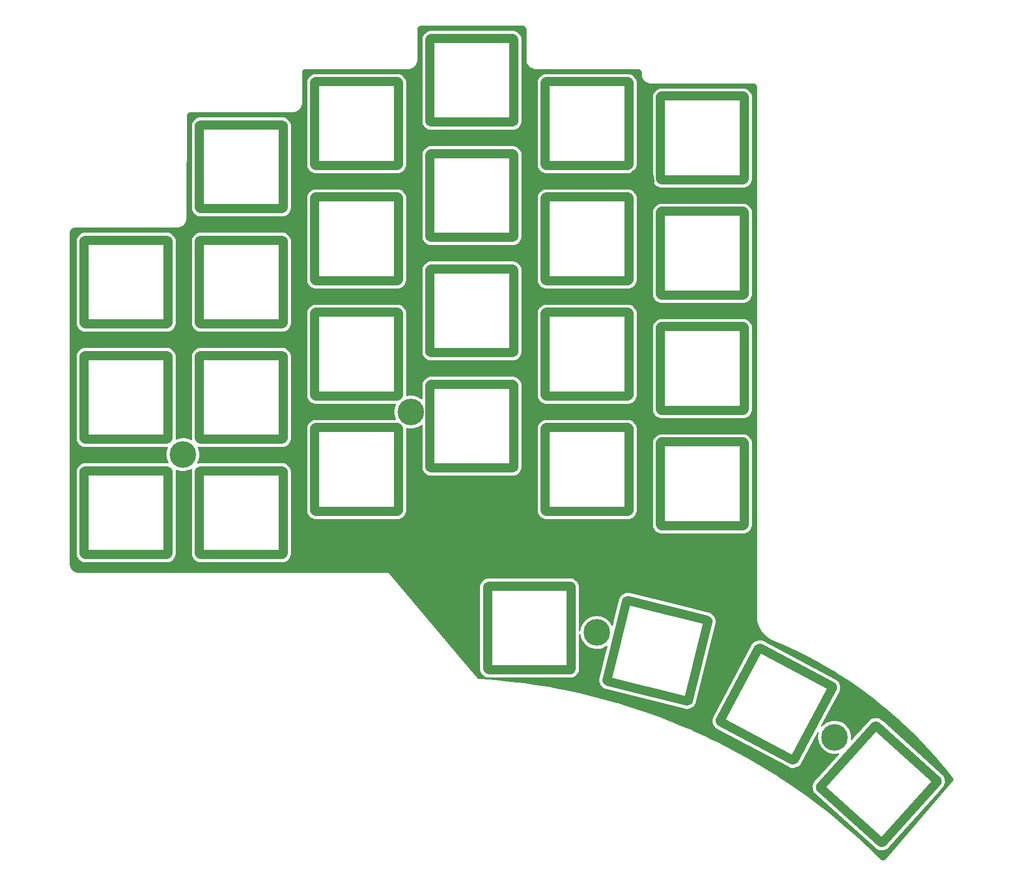
<source format=gbr>
%TF.GenerationSoftware,KiCad,Pcbnew,(6.0.5)*%
%TF.CreationDate,2022-07-25T14:14:25-03:00*%
%TF.ProjectId,bluejay_plate,626c7565-6a61-4795-9f70-6c6174652e6b,rev?*%
%TF.SameCoordinates,Original*%
%TF.FileFunction,Copper,L1,Top*%
%TF.FilePolarity,Positive*%
%FSLAX46Y46*%
G04 Gerber Fmt 4.6, Leading zero omitted, Abs format (unit mm)*
G04 Created by KiCad (PCBNEW (6.0.5)) date 2022-07-25 14:14:25*
%MOMM*%
%LPD*%
G01*
G04 APERTURE LIST*
G04 Aperture macros list*
%AMHorizOval*
0 Thick line with rounded ends*
0 $1 width*
0 $2 $3 position (X,Y) of the first rounded end (center of the circle)*
0 $4 $5 position (X,Y) of the second rounded end (center of the circle)*
0 Add line between two ends*
20,1,$1,$2,$3,$4,$5,0*
0 Add two circle primitives to create the rounded ends*
1,1,$1,$2,$3*
1,1,$1,$4,$5*%
G04 Aperture macros list end*
%TA.AperFunction,WasherPad*%
%ADD10O,15.000000X1.500000*%
%TD*%
%TA.AperFunction,WasherPad*%
%ADD11O,1.500000X15.000000*%
%TD*%
%TA.AperFunction,WasherPad*%
%ADD12HorizOval,1.500000X-4.516632X-5.016228X4.516632X5.016228X0*%
%TD*%
%TA.AperFunction,WasherPad*%
%ADD13HorizOval,1.500000X-5.016228X4.516632X5.016228X-4.516632X0*%
%TD*%
%TA.AperFunction,ComponentPad*%
%ADD14C,4.400000*%
%TD*%
%TA.AperFunction,WasherPad*%
%ADD15HorizOval,1.500000X-5.959896X3.168933X5.959896X-3.168933X0*%
%TD*%
%TA.AperFunction,WasherPad*%
%ADD16HorizOval,1.500000X-3.168933X-5.959896X3.168933X5.959896X0*%
%TD*%
%TA.AperFunction,WasherPad*%
%ADD17HorizOval,1.500000X-1.632973X-6.549496X1.632973X6.549496X0*%
%TD*%
%TA.AperFunction,WasherPad*%
%ADD18HorizOval,1.500000X-6.549496X1.632973X6.549496X-1.632973X0*%
%TD*%
G04 APERTURE END LIST*
D10*
%TO.P,SWa3,*%
%TO.N,*%
X19050000Y4540200D03*
D11*
X12128500Y-2381300D03*
X25971500Y-2381300D03*
D10*
X19050000Y-9302800D03*
%TD*%
D12*
%TO.P,SWa5,*%
%TO.N,*%
X43057523Y-66424913D03*
D13*
X43569813Y-76199977D03*
D12*
X53344877Y-75687687D03*
D13*
X52832587Y-65912623D03*
%TD*%
D11*
%TO.P,SWf2,*%
%TO.N,*%
X-83121500Y11906300D03*
D10*
X-76200000Y18827800D03*
D11*
X-69278500Y11906300D03*
D10*
X-76200000Y4984800D03*
%TD*%
%TO.P,SWc2,*%
%TO.N,*%
X-19050000Y33115300D03*
D11*
X-25971500Y26193800D03*
X-12128500Y26193800D03*
D10*
X-19050000Y19272300D03*
%TD*%
D11*
%TO.P,SWd1,*%
%TO.N,*%
X-31178500Y38100000D03*
D10*
X-38100000Y31178500D03*
X-38100000Y45021500D03*
D11*
X-45021500Y38100000D03*
%TD*%
D10*
%TO.P,SWc3,*%
%TO.N,*%
X-19050000Y14065300D03*
D11*
X-25971500Y7143800D03*
X-12128500Y7143800D03*
D10*
X-19050000Y222300D03*
%TD*%
%TO.P,SWe3,*%
%TO.N,*%
X-57150000Y-222300D03*
D11*
X-50228500Y-7143800D03*
D10*
X-57150000Y-14065300D03*
D11*
X-64071500Y-7143800D03*
%TD*%
%TO.P,SWc4,*%
%TO.N,*%
X-12128500Y-11906300D03*
D10*
X-19050000Y-4984800D03*
X-19050000Y-18827800D03*
D11*
X-25971500Y-11906300D03*
%TD*%
D10*
%TO.P,SWe2,*%
%TO.N,*%
X-57150000Y18827800D03*
D11*
X-50228500Y11906300D03*
D10*
X-57150000Y4984800D03*
D11*
X-64071500Y11906300D03*
%TD*%
%TO.P,SWd5,*%
%TO.N,*%
X-2603500Y-45243800D03*
D10*
X-9525000Y-52165300D03*
X-9525000Y-38322300D03*
D11*
X-16446500Y-45243800D03*
%TD*%
%TO.P,SWa4,*%
%TO.N,*%
X12128500Y-21431300D03*
D10*
X19050000Y-14509800D03*
D11*
X25971500Y-21431300D03*
D10*
X19050000Y-28352800D03*
%TD*%
D11*
%TO.P,SWb1,*%
%TO.N,*%
X-6921500Y38100000D03*
D10*
X0Y45021500D03*
D11*
X6921500Y38100000D03*
D10*
X0Y31178500D03*
%TD*%
%TO.P,SWb2,*%
%TO.N,*%
X0Y25971500D03*
D11*
X6921500Y19050000D03*
D10*
X0Y12128500D03*
D11*
X-6921500Y19050000D03*
%TD*%
D10*
%TO.P,SWa2,*%
%TO.N,*%
X19050000Y9747300D03*
X19050000Y23590300D03*
D11*
X12128500Y16668800D03*
X25971500Y16668800D03*
%TD*%
D14*
%TO.P,H8,1*%
%TO.N,N/C*%
X40900000Y-63300000D03*
%TD*%
D11*
%TO.P,SWf3,*%
%TO.N,*%
X-69278500Y-7143800D03*
X-83121500Y-7143800D03*
D10*
X-76200000Y-222300D03*
X-76200000Y-14065300D03*
%TD*%
%TO.P,SWd4,*%
%TO.N,*%
X-38100000Y-25971500D03*
D11*
X-31178500Y-19050000D03*
D10*
X-38100000Y-12128500D03*
D11*
X-45021500Y-19050000D03*
%TD*%
D14*
%TO.P,H5,1*%
%TO.N,N/C*%
X-29150000Y-9550000D03*
%TD*%
D11*
%TO.P,SWb4,*%
%TO.N,*%
X6921500Y-19050000D03*
D10*
X0Y-12128500D03*
X0Y-25971500D03*
D11*
X-6921500Y-19050000D03*
%TD*%
D10*
%TO.P,SWe4,*%
%TO.N,*%
X-57150000Y-33115300D03*
D11*
X-50228500Y-26193800D03*
X-64071500Y-26193800D03*
D10*
X-57150000Y-19272300D03*
%TD*%
D11*
%TO.P,SWa1,*%
%TO.N,*%
X25971500Y35718800D03*
D10*
X19050000Y28797300D03*
D11*
X12128500Y35718800D03*
D10*
X19050000Y42640300D03*
%TD*%
D14*
%TO.P,H7,1*%
%TO.N,N/C*%
X1600000Y-46000000D03*
%TD*%
%TO.P,H3,1,1*%
%TO.N,GND*%
X9000000Y28600000D03*
%TD*%
D11*
%TO.P,SWb3,*%
%TO.N,*%
X6921500Y0D03*
D10*
X0Y6921500D03*
D11*
X-6921500Y0D03*
D10*
X0Y-6921500D03*
%TD*%
D15*
%TO.P,SWb5,*%
%TO.N,*%
X34520647Y-51714978D03*
D16*
X37382522Y-61075747D03*
D15*
X28021753Y-63937622D03*
D16*
X25159878Y-54576853D03*
%TD*%
D14*
%TO.P,H6,1*%
%TO.N,N/C*%
X-66800000Y-16600000D03*
%TD*%
%TO.P,H4,1,1*%
%TO.N,GND*%
X-66800000Y2400000D03*
%TD*%
D11*
%TO.P,SWc1,*%
%TO.N,*%
X-25971500Y45243800D03*
X-12128500Y45243800D03*
D10*
X-19050000Y52165300D03*
X-19050000Y38322300D03*
%TD*%
%TO.P,SWe1,*%
%TO.N,*%
X-57150000Y24034800D03*
D11*
X-64071500Y30956300D03*
X-50228500Y30956300D03*
D10*
X-57150000Y37877800D03*
%TD*%
D11*
%TO.P,SWf4,*%
%TO.N,*%
X-83121500Y-26193800D03*
X-69278500Y-26193800D03*
D10*
X-76200000Y-33115300D03*
X-76200000Y-19272300D03*
%TD*%
%TO.P,SWd3,*%
%TO.N,*%
X-38100000Y6921500D03*
X-38100000Y-6921500D03*
D11*
X-31178500Y0D03*
X-45021500Y0D03*
%TD*%
D17*
%TO.P,SWc5,*%
%TO.N,*%
X18347102Y-50690762D03*
X4915298Y-47341838D03*
D18*
X9956738Y-55732202D03*
X13305662Y-42300398D03*
%TD*%
D11*
%TO.P,SWd2,*%
%TO.N,*%
X-31178500Y19050000D03*
D10*
X-38100000Y25971500D03*
D11*
X-45021500Y19050000D03*
D10*
X-38100000Y12128500D03*
%TD*%
%TA.AperFunction,Conductor*%
%TO.N,GND*%
G36*
X-10756419Y54280136D02*
G01*
X-10622778Y54260311D01*
X-10613891Y54261538D01*
X-10612670Y54261532D01*
X-10583354Y54261970D01*
X-10546282Y54257976D01*
X-10500500Y54253043D01*
X-10472412Y54246707D01*
X-10453050Y54239937D01*
X-10375925Y54212968D01*
X-10350007Y54200419D01*
X-10263695Y54145649D01*
X-10241311Y54127550D01*
X-10169687Y54054612D01*
X-10151994Y54031897D01*
X-10098807Y53944610D01*
X-10086730Y53918468D01*
X-10054751Y53821385D01*
X-10048926Y53793182D01*
X-10042059Y53716359D01*
X-10041648Y53700405D01*
X-10041958Y53692169D01*
X-10043563Y53683341D01*
X-10042626Y53674419D01*
X-10042626Y53674415D01*
X-10036172Y53612972D01*
X-10028348Y53538480D01*
X-10024941Y53530172D01*
X-10019087Y53515895D01*
X-10009669Y53467349D01*
X-10037460Y48756374D01*
X-10039019Y48737345D01*
X-10042159Y48717585D01*
X-10042160Y48717575D01*
X-10042923Y48712772D01*
X-10042962Y48700219D01*
X-10042228Y48695408D01*
X-10041254Y48689017D01*
X-10040223Y48680160D01*
X-10033120Y48592115D01*
X-10023341Y48470883D01*
X-9972390Y48246505D01*
X-9890025Y48031661D01*
X-9777923Y47830726D01*
X-9638366Y47647790D01*
X-9635165Y47644647D01*
X-9635160Y47644641D01*
X-9564034Y47574797D01*
X-9474195Y47486577D01*
X-9288752Y47350368D01*
X-9284784Y47348248D01*
X-9089786Y47244061D01*
X-9089783Y47244060D01*
X-9085812Y47241938D01*
X-8869506Y47163493D01*
X-8644238Y47116629D01*
X-8639756Y47116349D01*
X-8639753Y47116349D01*
X-8591823Y47113359D01*
X-8452434Y47104663D01*
X-8440531Y47103348D01*
X-8427137Y47101220D01*
X-8420805Y47101200D01*
X-8419450Y47101196D01*
X-8419448Y47101196D01*
X-8414584Y47101181D01*
X-8409778Y47101914D01*
X-8409777Y47101914D01*
X-8389680Y47104979D01*
X-8370764Y47106419D01*
X-4070593Y47109104D01*
X8391537Y47116885D01*
X8410103Y47115521D01*
X8426991Y47113016D01*
X8426993Y47113016D01*
X8435871Y47111699D01*
X8444763Y47112927D01*
X8445969Y47112921D01*
X8475297Y47113359D01*
X8525038Y47108000D01*
X8558148Y47104433D01*
X8586237Y47098096D01*
X8682729Y47064355D01*
X8708637Y47051812D01*
X8794954Y46997040D01*
X8817340Y46978938D01*
X8888965Y46906000D01*
X8906654Y46883290D01*
X8950669Y46811056D01*
X8959844Y46795999D01*
X8971920Y46769857D01*
X9003899Y46672774D01*
X9009724Y46644571D01*
X9016589Y46567771D01*
X9017000Y46551816D01*
X9016689Y46543559D01*
X9015084Y46534730D01*
X9016021Y46525806D01*
X9016021Y46525801D01*
X9017972Y46507224D01*
X9018568Y46489230D01*
X9014088Y46372589D01*
X9012619Y46357650D01*
X9007842Y46327589D01*
X9007841Y46327581D01*
X9007077Y46322771D01*
X9007038Y46310218D01*
X9007771Y46305413D01*
X9007771Y46305410D01*
X9008753Y46298972D01*
X9009785Y46290108D01*
X9026662Y46080883D01*
X9027657Y46076502D01*
X9027657Y46076501D01*
X9076614Y45860902D01*
X9076616Y45860895D01*
X9077613Y45856505D01*
X9159978Y45641662D01*
X9162172Y45637730D01*
X9245619Y45488156D01*
X9272079Y45440727D01*
X9411636Y45257791D01*
X9414837Y45254648D01*
X9414842Y45254642D01*
X9454991Y45215217D01*
X9575806Y45096579D01*
X9761249Y44960370D01*
X9765210Y44958254D01*
X9765211Y44958253D01*
X9855911Y44909792D01*
X9964188Y44851940D01*
X10180493Y44773494D01*
X10184898Y44772578D01*
X10184900Y44772577D01*
X10293126Y44750062D01*
X10405760Y44726630D01*
X10410251Y44726350D01*
X10410257Y44726349D01*
X10597546Y44714664D01*
X10609463Y44713349D01*
X10622861Y44711220D01*
X10629155Y44711200D01*
X10630546Y44711196D01*
X10630548Y44711196D01*
X10635414Y44711181D01*
X10660595Y44715021D01*
X10679402Y44716461D01*
X27433206Y44741430D01*
X27451884Y44740066D01*
X27477425Y44736277D01*
X27486317Y44737505D01*
X27487525Y44737499D01*
X27516852Y44737937D01*
X27599699Y44729011D01*
X27627791Y44722674D01*
X27724268Y44688939D01*
X27750188Y44676390D01*
X27836492Y44621626D01*
X27858885Y44603518D01*
X27930500Y44530588D01*
X27948192Y44507877D01*
X28001381Y44420584D01*
X28013454Y44394446D01*
X28045431Y44297361D01*
X28051255Y44269158D01*
X28058133Y44192192D01*
X28058544Y44176239D01*
X28058240Y44168152D01*
X28056634Y44159323D01*
X28057571Y44150398D01*
X28057571Y44150394D01*
X28060826Y44119396D01*
X28061515Y44106282D01*
X28091475Y-43778471D01*
X28091285Y-43781434D01*
X28090488Y-43784309D01*
X28090598Y-43792167D01*
X28090598Y-43792170D01*
X28091490Y-43855779D01*
X28091502Y-43857502D01*
X28091510Y-43882195D01*
X28091511Y-43882202D01*
X28091512Y-43886686D01*
X28091885Y-43889284D01*
X28091996Y-43891884D01*
X28092530Y-43929952D01*
X28094636Y-43942327D01*
X28096813Y-43948832D01*
X28100242Y-43961117D01*
X28104542Y-43980208D01*
X28105200Y-43983781D01*
X28105693Y-43985466D01*
X28106963Y-43994311D01*
X28106968Y-43994348D01*
X28106963Y-43994349D01*
X28106960Y-43997993D01*
X28108470Y-43997653D01*
X28178461Y-44308460D01*
X28290548Y-44666891D01*
X28312536Y-44721204D01*
X28409305Y-44960235D01*
X28431474Y-45014996D01*
X28600301Y-45350458D01*
X28601637Y-45352648D01*
X28601645Y-45352662D01*
X28780516Y-45645824D01*
X28795904Y-45671045D01*
X29016984Y-45974624D01*
X29262069Y-46259176D01*
X29529530Y-46522809D01*
X29531504Y-46524460D01*
X29815606Y-46762112D01*
X29815612Y-46762117D01*
X29817585Y-46763767D01*
X30124320Y-46980448D01*
X30418163Y-47153972D01*
X30431273Y-47162872D01*
X30436045Y-47166570D01*
X30447032Y-47172641D01*
X30458367Y-47176784D01*
X30480038Y-47187142D01*
X30490384Y-47193362D01*
X30499067Y-47195642D01*
X30499066Y-47195642D01*
X30517864Y-47200579D01*
X30534722Y-47206307D01*
X32010065Y-47827033D01*
X32012699Y-47828177D01*
X33508358Y-48497972D01*
X33510966Y-48499175D01*
X34991056Y-49202925D01*
X34993635Y-49204188D01*
X36457232Y-49941454D01*
X36459782Y-49942775D01*
X37906230Y-50713226D01*
X37908749Y-50714605D01*
X39337247Y-51517815D01*
X39339734Y-51519251D01*
X40517980Y-52217562D01*
X40749540Y-52354801D01*
X40751983Y-52356286D01*
X41465402Y-52801387D01*
X42142428Y-53223782D01*
X42144847Y-53225330D01*
X42442776Y-53420779D01*
X43383139Y-54037681D01*
X43515138Y-54124276D01*
X43517465Y-54125841D01*
X44866957Y-55055817D01*
X44869273Y-55057453D01*
X45446939Y-55475273D01*
X46148476Y-55982688D01*
X46197185Y-56017919D01*
X46199485Y-56019623D01*
X47116775Y-56715477D01*
X47505126Y-57010079D01*
X47507393Y-57011839D01*
X48790168Y-58031834D01*
X48792342Y-58033603D01*
X49728080Y-58813115D01*
X50051573Y-59082599D01*
X50053758Y-59084463D01*
X51282828Y-60156717D01*
X51288630Y-60161779D01*
X51290761Y-60163680D01*
X52036098Y-60844452D01*
X52500860Y-61268954D01*
X52502958Y-61270915D01*
X53687525Y-62403456D01*
X53689516Y-62405404D01*
X54135543Y-62851738D01*
X54847984Y-63564671D01*
X54849991Y-63566726D01*
X55981687Y-64752042D01*
X55983646Y-64754141D01*
X56274504Y-65073025D01*
X57079703Y-65955811D01*
X57088053Y-65964966D01*
X57089952Y-65967097D01*
X57805529Y-66788467D01*
X58166470Y-67202771D01*
X58168332Y-67204958D01*
X59216397Y-68464837D01*
X59218209Y-68467066D01*
X60197029Y-69699802D01*
X60203333Y-69709887D01*
X60203809Y-69709569D01*
X60208789Y-69717033D01*
X60212663Y-69725132D01*
X60218653Y-69731817D01*
X60222130Y-69737028D01*
X60225900Y-69742013D01*
X60230244Y-69749867D01*
X60236619Y-69756187D01*
X60268649Y-69787942D01*
X60273777Y-69793336D01*
X60303872Y-69826921D01*
X60309867Y-69833611D01*
X60317495Y-69838348D01*
X60322293Y-69842372D01*
X60327309Y-69846098D01*
X60333683Y-69852417D01*
X60338022Y-69854768D01*
X60346236Y-69861868D01*
X60394308Y-69910066D01*
X60410348Y-69929777D01*
X60462722Y-70009359D01*
X60474481Y-70031888D01*
X60509823Y-70120367D01*
X60516820Y-70144794D01*
X60521829Y-70172635D01*
X60533689Y-70238557D01*
X60535644Y-70263895D01*
X60533486Y-70353679D01*
X60511852Y-70421299D01*
X60503199Y-70432639D01*
X49419577Y-83366829D01*
X49409307Y-83377478D01*
X49396721Y-83389082D01*
X49382949Y-83401779D01*
X49378321Y-83409473D01*
X49377543Y-83410428D01*
X49359493Y-83433504D01*
X49325218Y-83467735D01*
X49295157Y-83497758D01*
X49272590Y-83515644D01*
X49179308Y-83573569D01*
X49153266Y-83585866D01*
X49049267Y-83621097D01*
X49021117Y-83627159D01*
X48911842Y-83637857D01*
X48883048Y-83637370D01*
X48793747Y-83625562D01*
X48774187Y-83622976D01*
X48746261Y-83615964D01*
X48643513Y-83577228D01*
X48617907Y-83564058D01*
X48526636Y-83503004D01*
X48504692Y-83484365D01*
X48446917Y-83422617D01*
X48436773Y-83410297D01*
X48431859Y-83403492D01*
X48427688Y-83395542D01*
X48409333Y-83376525D01*
X48397575Y-83362413D01*
X48382177Y-83340921D01*
X48377763Y-83336425D01*
X48376791Y-83335434D01*
X48376787Y-83335431D01*
X48373383Y-83331963D01*
X48370579Y-83329875D01*
X48368261Y-83327737D01*
X46973005Y-81966993D01*
X46968822Y-81962913D01*
X46968819Y-81962910D01*
X46968380Y-81962482D01*
X46302823Y-81337759D01*
X45538265Y-80620108D01*
X45538223Y-80620070D01*
X45537838Y-80619708D01*
X44081893Y-79304522D01*
X42601076Y-78017404D01*
X42600679Y-78017072D01*
X42600652Y-78017049D01*
X41096412Y-76759228D01*
X41095929Y-76758824D01*
X39567002Y-75529242D01*
X38014852Y-74329108D01*
X36440048Y-73158859D01*
X34843164Y-72018924D01*
X34842699Y-72018605D01*
X34842670Y-72018585D01*
X33547977Y-71131229D01*
X33224783Y-70909718D01*
X33224351Y-70909434D01*
X33224311Y-70909407D01*
X31585938Y-69831937D01*
X31585911Y-69831920D01*
X31585498Y-69831648D01*
X31524744Y-69793336D01*
X29926398Y-68785415D01*
X29925908Y-68785106D01*
X29236552Y-68368596D01*
X28247174Y-67770812D01*
X28247135Y-67770789D01*
X28246617Y-67770476D01*
X26548240Y-66788128D01*
X24831398Y-65838421D01*
X23096718Y-64921702D01*
X23096241Y-64921461D01*
X23096213Y-64921447D01*
X21345363Y-64038572D01*
X21345342Y-64038562D01*
X21344833Y-64038305D01*
X21105411Y-63923261D01*
X20512198Y-63638219D01*
X19576383Y-63188554D01*
X17792015Y-62372759D01*
X17140550Y-62089843D01*
X15992972Y-61591475D01*
X15992964Y-61591472D01*
X15992380Y-61591218D01*
X15170761Y-61252922D01*
X14178711Y-60844452D01*
X14178680Y-60844440D01*
X14178137Y-60844216D01*
X14177588Y-60844002D01*
X13536010Y-60594069D01*
X20728659Y-60594069D01*
X20729410Y-60599622D01*
X20729410Y-60599626D01*
X20738695Y-60668300D01*
X20758759Y-60816695D01*
X20760484Y-60822035D01*
X20827807Y-61030472D01*
X20827217Y-61030662D01*
X20832841Y-61049965D01*
X20839072Y-61087201D01*
X20914801Y-61298703D01*
X20917596Y-61303563D01*
X21023260Y-61487317D01*
X21026788Y-61493453D01*
X21030402Y-61497745D01*
X21030405Y-61497749D01*
X21167872Y-61660997D01*
X21171490Y-61665293D01*
X21175807Y-61668877D01*
X21175810Y-61668880D01*
X21324346Y-61792197D01*
X21344337Y-61808794D01*
X21393129Y-61838459D01*
X21394740Y-61839315D01*
X21394753Y-61839323D01*
X33328465Y-68184590D01*
X33441147Y-68244504D01*
X33595377Y-68309654D01*
X33814532Y-68359042D01*
X33820140Y-68359287D01*
X33820141Y-68359287D01*
X33868839Y-68361413D01*
X34038970Y-68368841D01*
X34044523Y-68368090D01*
X34044527Y-68368090D01*
X34256033Y-68339493D01*
X34261595Y-68338741D01*
X34475373Y-68269693D01*
X34475564Y-68270285D01*
X34494866Y-68264659D01*
X34500780Y-68263669D01*
X34532101Y-68258428D01*
X34537383Y-68256537D01*
X34537386Y-68256536D01*
X34738322Y-68184590D01*
X34738323Y-68184589D01*
X34743603Y-68182699D01*
X34827190Y-68134634D01*
X34933488Y-68073510D01*
X34933492Y-68073507D01*
X34938353Y-68070712D01*
X34942645Y-68067098D01*
X34942649Y-68067095D01*
X35105897Y-67929628D01*
X35105900Y-67929625D01*
X35110193Y-67926010D01*
X35239042Y-67770812D01*
X35250746Y-67756714D01*
X35250747Y-67756713D01*
X35253694Y-67753163D01*
X35283359Y-67704371D01*
X35284215Y-67702760D01*
X35284223Y-67702747D01*
X38047701Y-62505401D01*
X38097342Y-62454644D01*
X38166544Y-62438783D01*
X38233336Y-62462853D01*
X38276511Y-62519213D01*
X38282362Y-62589968D01*
X38278887Y-62603176D01*
X38271797Y-62625192D01*
X38271079Y-62628903D01*
X38271078Y-62628907D01*
X38210482Y-62942105D01*
X38210481Y-62942114D01*
X38209763Y-62945824D01*
X38209496Y-62949600D01*
X38209495Y-62949605D01*
X38195149Y-63152220D01*
X38186698Y-63271585D01*
X38202936Y-63597759D01*
X38203577Y-63601490D01*
X38203578Y-63601498D01*
X38221703Y-63706975D01*
X38258241Y-63919619D01*
X38259329Y-63923258D01*
X38259330Y-63923261D01*
X38295835Y-64045323D01*
X38351814Y-64232504D01*
X38482297Y-64531881D01*
X38647802Y-64813414D01*
X38650103Y-64816429D01*
X38843631Y-65070012D01*
X38843636Y-65070017D01*
X38845931Y-65073025D01*
X39073814Y-65306953D01*
X39204186Y-65411962D01*
X39325196Y-65509431D01*
X39325201Y-65509435D01*
X39328149Y-65511809D01*
X39605253Y-65684627D01*
X39901112Y-65822903D01*
X40211440Y-65924634D01*
X40531742Y-65988346D01*
X40535514Y-65988633D01*
X40535522Y-65988634D01*
X40853602Y-66012829D01*
X40853607Y-66012829D01*
X40857379Y-66013116D01*
X41183633Y-65998586D01*
X41379285Y-65966021D01*
X41491972Y-65947265D01*
X41562452Y-65955811D01*
X41617123Y-66001105D01*
X41638628Y-66068767D01*
X41620138Y-66137313D01*
X41606295Y-66155865D01*
X39614399Y-68368090D01*
X37567503Y-70641399D01*
X37466977Y-70775286D01*
X37464456Y-70780298D01*
X37464455Y-70780300D01*
X37375006Y-70958152D01*
X37366038Y-70975984D01*
X37302233Y-71191384D01*
X37277581Y-71414679D01*
X37292861Y-71638810D01*
X37292242Y-71638852D01*
X37293029Y-71658933D01*
X37290067Y-71696577D01*
X37312379Y-71920117D01*
X37373925Y-72136174D01*
X37472758Y-72337917D01*
X37605754Y-72518970D01*
X37608997Y-72522247D01*
X37609002Y-72522253D01*
X37644647Y-72558273D01*
X37645920Y-72559559D01*
X47786299Y-81689996D01*
X47920186Y-81790522D01*
X48120884Y-81891462D01*
X48126268Y-81893057D01*
X48126271Y-81893058D01*
X48204945Y-81916362D01*
X48336284Y-81955266D01*
X48341862Y-81955882D01*
X48341863Y-81955882D01*
X48554005Y-81979304D01*
X48554009Y-81979304D01*
X48559579Y-81979919D01*
X48783710Y-81964639D01*
X48783752Y-81965258D01*
X48803833Y-81964471D01*
X48835885Y-81966993D01*
X48835886Y-81966993D01*
X48841477Y-81967433D01*
X48847057Y-81966876D01*
X48847059Y-81966876D01*
X49059430Y-81945679D01*
X49059434Y-81945678D01*
X49065017Y-81945121D01*
X49281074Y-81883575D01*
X49286118Y-81881104D01*
X49286123Y-81881102D01*
X49465868Y-81793045D01*
X49482817Y-81784742D01*
X49609504Y-81691682D01*
X49660144Y-81654483D01*
X49663870Y-81651746D01*
X49667147Y-81648503D01*
X49667153Y-81648498D01*
X49703173Y-81612853D01*
X49703180Y-81612846D01*
X49704459Y-81611580D01*
X49920823Y-81371284D01*
X58050424Y-72342445D01*
X58834896Y-71471201D01*
X58935422Y-71337314D01*
X59036362Y-71136616D01*
X59100166Y-70921216D01*
X59101400Y-70910041D01*
X59124204Y-70703495D01*
X59124204Y-70703491D01*
X59124819Y-70697921D01*
X59109539Y-70473790D01*
X59110158Y-70473748D01*
X59109371Y-70453667D01*
X59111893Y-70421615D01*
X59111893Y-70421614D01*
X59112333Y-70416023D01*
X59090021Y-70192482D01*
X59028474Y-69976426D01*
X58929642Y-69774683D01*
X58882045Y-69709887D01*
X58799379Y-69597352D01*
X58796645Y-69593630D01*
X58756480Y-69553041D01*
X58755141Y-69551835D01*
X58755127Y-69551822D01*
X49059715Y-60822035D01*
X48616101Y-60422603D01*
X48482214Y-60322077D01*
X48477202Y-60319556D01*
X48477200Y-60319555D01*
X48286535Y-60223662D01*
X48286533Y-60223661D01*
X48281516Y-60221138D01*
X48066116Y-60157333D01*
X48060538Y-60156717D01*
X48060537Y-60156717D01*
X47848396Y-60133296D01*
X47848391Y-60133296D01*
X47842821Y-60132681D01*
X47618690Y-60147961D01*
X47618648Y-60147342D01*
X47598567Y-60148129D01*
X47566515Y-60145607D01*
X47566514Y-60145607D01*
X47560923Y-60145167D01*
X47555343Y-60145724D01*
X47555341Y-60145724D01*
X47491797Y-60152067D01*
X47337382Y-60167479D01*
X47121326Y-60229026D01*
X46919583Y-60327858D01*
X46738530Y-60460855D01*
X46735245Y-60464106D01*
X46699233Y-60499741D01*
X46699225Y-60499750D01*
X46697941Y-60501020D01*
X46696735Y-60502359D01*
X46696722Y-60502373D01*
X44203313Y-63271585D01*
X43909625Y-63597759D01*
X43811286Y-63706975D01*
X43750840Y-63744215D01*
X43679856Y-63742863D01*
X43620872Y-63703350D01*
X43592614Y-63638219D01*
X43592065Y-63612451D01*
X43612674Y-63359063D01*
X43612856Y-63356826D01*
X43613451Y-63300000D01*
X43611510Y-63267796D01*
X43594026Y-62977793D01*
X43594026Y-62977789D01*
X43593798Y-62974015D01*
X43588650Y-62945824D01*
X43535805Y-62656473D01*
X43535804Y-62656469D01*
X43535125Y-62652751D01*
X43527722Y-62628907D01*
X43439404Y-62344477D01*
X43438282Y-62340863D01*
X43304670Y-62042869D01*
X43136226Y-61763084D01*
X43133899Y-61760100D01*
X43133894Y-61760093D01*
X42937726Y-61508558D01*
X42937724Y-61508556D01*
X42935390Y-61505563D01*
X42705070Y-61274034D01*
X42448603Y-61071852D01*
X42169705Y-60901945D01*
X42166261Y-60900379D01*
X42166257Y-60900377D01*
X41969974Y-60811133D01*
X41872414Y-60766775D01*
X41561037Y-60668300D01*
X41343492Y-60627390D01*
X41243809Y-60608645D01*
X41243807Y-60608645D01*
X41240086Y-60607945D01*
X40946757Y-60588719D01*
X40917992Y-60586834D01*
X40914208Y-60586586D01*
X40910428Y-60586794D01*
X40910427Y-60586794D01*
X40812897Y-60592162D01*
X40588124Y-60604532D01*
X40584397Y-60605193D01*
X40584393Y-60605193D01*
X40427341Y-60633027D01*
X40266557Y-60661522D01*
X40262941Y-60662624D01*
X40262933Y-60662626D01*
X39957789Y-60755627D01*
X39954167Y-60756731D01*
X39655477Y-60888781D01*
X39630041Y-60903914D01*
X39378074Y-61053817D01*
X39378068Y-61053821D01*
X39374814Y-61055757D01*
X39371812Y-61058073D01*
X39333640Y-61087523D01*
X39116244Y-61255243D01*
X38883513Y-61484347D01*
X38881149Y-61487314D01*
X38881146Y-61487317D01*
X38853719Y-61521736D01*
X38795623Y-61562546D01*
X38724687Y-61565468D01*
X38663431Y-61529575D01*
X38631305Y-61466263D01*
X38638508Y-61395633D01*
X38643928Y-61384060D01*
X38821570Y-61049965D01*
X39698589Y-59400531D01*
X41688085Y-55658834D01*
X41688086Y-55658831D01*
X41689404Y-55656353D01*
X41754554Y-55502123D01*
X41803942Y-55282968D01*
X41813741Y-55058530D01*
X41802537Y-54975658D01*
X41784393Y-54841467D01*
X41783641Y-54835905D01*
X41714593Y-54622127D01*
X41715185Y-54621936D01*
X41709560Y-54602636D01*
X41704255Y-54570932D01*
X41704254Y-54570929D01*
X41703329Y-54565400D01*
X41627600Y-54353897D01*
X41515613Y-54159148D01*
X41511999Y-54154856D01*
X41511996Y-54154852D01*
X41374528Y-53991603D01*
X41374525Y-53991600D01*
X41370910Y-53987307D01*
X41198063Y-53843807D01*
X41194116Y-53841407D01*
X41150823Y-53815084D01*
X41150807Y-53815075D01*
X41149271Y-53814141D01*
X41147671Y-53813290D01*
X41147660Y-53813284D01*
X29103735Y-47409415D01*
X29103732Y-47409414D01*
X29101254Y-47408096D01*
X28947024Y-47342946D01*
X28727868Y-47293558D01*
X28722260Y-47293313D01*
X28722259Y-47293313D01*
X28673824Y-47291198D01*
X28503431Y-47283759D01*
X28497878Y-47284510D01*
X28497874Y-47284510D01*
X28290449Y-47312555D01*
X28280805Y-47313859D01*
X28067028Y-47382907D01*
X28066836Y-47382312D01*
X28047541Y-47387939D01*
X28041015Y-47389031D01*
X28015842Y-47393243D01*
X28015836Y-47393245D01*
X28010300Y-47394171D01*
X27798797Y-47469900D01*
X27728811Y-47510144D01*
X27608913Y-47579089D01*
X27608909Y-47579092D01*
X27604048Y-47581887D01*
X27599756Y-47585501D01*
X27599752Y-47585504D01*
X27436503Y-47722972D01*
X27436500Y-47722975D01*
X27432207Y-47726590D01*
X27288707Y-47899437D01*
X27286308Y-47903382D01*
X27286307Y-47903384D01*
X27259984Y-47946677D01*
X27259975Y-47946693D01*
X27259041Y-47948229D01*
X27258190Y-47949829D01*
X27258184Y-47949840D01*
X20907568Y-59893611D01*
X20852996Y-59996246D01*
X20787846Y-60150476D01*
X20738458Y-60369632D01*
X20728659Y-60594069D01*
X13536010Y-60594069D01*
X12350479Y-60132234D01*
X12350458Y-60132226D01*
X12349947Y-60132027D01*
X11188835Y-59705081D01*
X10509032Y-59455114D01*
X10509000Y-59455103D01*
X10508479Y-59454911D01*
X10507960Y-59454731D01*
X10507903Y-59454711D01*
X8654955Y-58813305D01*
X8654919Y-58813293D01*
X8654405Y-58813115D01*
X8653884Y-58812946D01*
X8653855Y-58812936D01*
X6789026Y-58207075D01*
X6789019Y-58207073D01*
X6788404Y-58206873D01*
X5070536Y-57684841D01*
X4911762Y-57636592D01*
X4911747Y-57636587D01*
X4911156Y-57636408D01*
X4910616Y-57636255D01*
X4910585Y-57636246D01*
X3023878Y-57102076D01*
X3023847Y-57102067D01*
X3023347Y-57101926D01*
X1125668Y-56603625D01*
X-525554Y-56203613D01*
X-780594Y-56141829D01*
X-780608Y-56141826D01*
X-781189Y-56141685D01*
X-781752Y-56141560D01*
X-781769Y-56141556D01*
X-1954486Y-55881088D01*
X-2696526Y-55716276D01*
X-2697157Y-55716148D01*
X-2697178Y-55716144D01*
X-3901217Y-55472770D01*
X-4619645Y-55327553D01*
X-6064543Y-55064133D01*
X-6549221Y-54975771D01*
X-6549242Y-54975767D01*
X-6549842Y-54975658D01*
X-6550476Y-54975555D01*
X-6550487Y-54975553D01*
X-8485797Y-54660819D01*
X-8485799Y-54660819D01*
X-8486412Y-54660719D01*
X-10428649Y-54382853D01*
X-11484600Y-54252326D01*
X-12375216Y-54142236D01*
X-12375242Y-54142233D01*
X-12375841Y-54142159D01*
X-13895662Y-53983721D01*
X-14326673Y-53938789D01*
X-14326680Y-53938788D01*
X-14327278Y-53938726D01*
X-16282246Y-53772629D01*
X-16282799Y-53772593D01*
X-16282834Y-53772590D01*
X-17636636Y-53683594D01*
X-17970124Y-53661671D01*
X-18036786Y-53637243D01*
X-18058202Y-53617145D01*
X-18233708Y-53408917D01*
X-19378407Y-52050799D01*
X-17705000Y-52050799D01*
X-17704751Y-52053586D01*
X-17704751Y-52053592D01*
X-17698491Y-52123729D01*
X-17690117Y-52217562D01*
X-17630837Y-52434251D01*
X-17534122Y-52637018D01*
X-17403029Y-52819454D01*
X-17291707Y-52927333D01*
X-17241701Y-52975792D01*
X-17242135Y-52976239D01*
X-17228109Y-52990636D01*
X-17205123Y-53020592D01*
X-17038964Y-53171785D01*
X-17034217Y-53174763D01*
X-17034214Y-53174765D01*
X-16870931Y-53277191D01*
X-16848656Y-53291164D01*
X-16640217Y-53374956D01*
X-16420233Y-53420513D01*
X-16415622Y-53420779D01*
X-16415621Y-53420779D01*
X-16365048Y-53423695D01*
X-16365044Y-53423695D01*
X-16363225Y-53423800D01*
X-2718001Y-53423800D01*
X-2715214Y-53423551D01*
X-2715208Y-53423551D01*
X-2645071Y-53417291D01*
X-2551238Y-53408917D01*
X-2545824Y-53407436D01*
X-2545819Y-53407435D01*
X-2418088Y-53372491D01*
X-2334549Y-53349637D01*
X-2329491Y-53347225D01*
X-2329487Y-53347223D01*
X-2211958Y-53291164D01*
X-2131782Y-53252922D01*
X-1949346Y-53121829D01*
X-1793008Y-52960501D01*
X-1792561Y-52960935D01*
X-1778164Y-52946909D01*
X-1748208Y-52923923D01*
X-1597015Y-52757764D01*
X-1477636Y-52567456D01*
X-1393844Y-52359017D01*
X-1348287Y-52139033D01*
X-1345000Y-52082025D01*
X-1345000Y-46332156D01*
X-1324998Y-46264035D01*
X-1271342Y-46217542D01*
X-1201068Y-46207438D01*
X-1136488Y-46236932D01*
X-1098104Y-46296658D01*
X-1094820Y-46310817D01*
X-1041759Y-46619619D01*
X-1040671Y-46623258D01*
X-1040670Y-46623261D01*
X-998649Y-46763767D01*
X-948186Y-46932504D01*
X-946673Y-46935975D01*
X-946671Y-46935981D01*
X-857132Y-47141416D01*
X-817703Y-47231881D01*
X-815780Y-47235152D01*
X-815778Y-47235156D01*
X-753137Y-47341711D01*
X-652198Y-47513414D01*
X-649897Y-47516429D01*
X-456369Y-47770012D01*
X-456364Y-47770017D01*
X-454069Y-47773025D01*
X-451425Y-47775739D01*
X-283392Y-47948229D01*
X-226186Y-48006953D01*
X-95814Y-48111962D01*
X25196Y-48209431D01*
X25201Y-48209435D01*
X28149Y-48211809D01*
X305253Y-48384627D01*
X601112Y-48522903D01*
X911440Y-48624634D01*
X1231742Y-48688346D01*
X1235514Y-48688633D01*
X1235522Y-48688634D01*
X1553602Y-48712829D01*
X1553607Y-48712829D01*
X1557379Y-48713116D01*
X1883633Y-48698586D01*
X1943425Y-48688634D01*
X2202037Y-48645590D01*
X2202042Y-48645589D01*
X2205778Y-48644967D01*
X2519149Y-48553034D01*
X2522616Y-48551544D01*
X2522620Y-48551543D01*
X2815721Y-48425616D01*
X2815723Y-48425615D01*
X2819205Y-48424119D01*
X3101601Y-48260091D01*
X3171666Y-48207197D01*
X3238085Y-48182117D01*
X3307520Y-48196928D01*
X3357925Y-48246926D01*
X3373297Y-48316239D01*
X3369840Y-48338241D01*
X3153935Y-49204188D01*
X2047419Y-53642181D01*
X2021516Y-53807591D01*
X2021643Y-53813196D01*
X2021643Y-53813199D01*
X2021686Y-53815084D01*
X2026613Y-54032185D01*
X2027731Y-54037679D01*
X2027731Y-54037681D01*
X2053434Y-54164013D01*
X2071401Y-54252326D01*
X2154465Y-54461057D01*
X2221773Y-54569192D01*
X2273179Y-54651780D01*
X2272652Y-54652108D01*
X2282780Y-54669478D01*
X2295595Y-54698950D01*
X2295598Y-54698955D01*
X2297834Y-54704098D01*
X2422480Y-54890997D01*
X2578255Y-55052870D01*
X2760231Y-55184599D01*
X2765283Y-55187030D01*
X2765289Y-55187034D01*
X2928759Y-55265707D01*
X2962659Y-55282022D01*
X2967068Y-55283395D01*
X2967075Y-55283398D01*
X3000801Y-55293902D01*
X3017179Y-55299003D01*
X3018957Y-55299446D01*
X3018963Y-55299448D01*
X16254353Y-58599402D01*
X16254357Y-58599403D01*
X16257081Y-58600082D01*
X16259846Y-58600515D01*
X16259856Y-58600517D01*
X16416946Y-58625116D01*
X16416949Y-58625116D01*
X16422491Y-58625984D01*
X16428096Y-58625857D01*
X16428099Y-58625857D01*
X16539477Y-58623329D01*
X16647085Y-58620887D01*
X16652579Y-58619769D01*
X16652581Y-58619769D01*
X16861737Y-58577216D01*
X16861740Y-58577215D01*
X16867226Y-58576099D01*
X16872428Y-58574029D01*
X16872431Y-58574028D01*
X16973219Y-58533919D01*
X17075957Y-58493035D01*
X17266680Y-58374321D01*
X17267008Y-58374848D01*
X17284378Y-58364720D01*
X17313850Y-58351905D01*
X17313855Y-58351902D01*
X17318998Y-58349666D01*
X17505897Y-58225020D01*
X17596760Y-58137580D01*
X17663725Y-58073138D01*
X17663727Y-58073136D01*
X17667770Y-58069245D01*
X17799499Y-57887269D01*
X17801930Y-57882217D01*
X17801934Y-57882211D01*
X17894914Y-57689013D01*
X17896922Y-57684841D01*
X17898295Y-57680432D01*
X17898298Y-57680425D01*
X17912007Y-57636408D01*
X17913903Y-57630321D01*
X18011047Y-57240700D01*
X21214302Y-44393147D01*
X21214303Y-44393143D01*
X21214982Y-44390419D01*
X21227817Y-44308460D01*
X21240016Y-44230554D01*
X21240016Y-44230551D01*
X21240884Y-44225009D01*
X21235787Y-44000415D01*
X21233630Y-43989813D01*
X21192116Y-43785763D01*
X21192115Y-43785760D01*
X21190999Y-43780274D01*
X21187648Y-43771852D01*
X21114795Y-43588781D01*
X21107935Y-43571543D01*
X20989221Y-43380820D01*
X20989748Y-43380492D01*
X20979620Y-43363122D01*
X20966805Y-43333650D01*
X20966802Y-43333645D01*
X20964566Y-43328502D01*
X20839920Y-43141603D01*
X20684145Y-42979730D01*
X20502169Y-42848001D01*
X20497117Y-42845570D01*
X20497111Y-42845566D01*
X20303913Y-42752586D01*
X20299741Y-42750578D01*
X20295332Y-42749205D01*
X20295325Y-42749202D01*
X20261599Y-42738698D01*
X20245221Y-42733597D01*
X20243443Y-42733154D01*
X20243437Y-42733152D01*
X15207899Y-41477652D01*
X7005319Y-39432519D01*
X6839909Y-39406616D01*
X6834304Y-39406743D01*
X6834301Y-39406743D01*
X6722923Y-39409271D01*
X6615315Y-39411713D01*
X6609821Y-39412831D01*
X6609819Y-39412831D01*
X6400663Y-39455384D01*
X6400660Y-39455385D01*
X6395174Y-39456501D01*
X6389972Y-39458571D01*
X6389969Y-39458572D01*
X6289181Y-39498681D01*
X6186443Y-39539565D01*
X5995720Y-39658279D01*
X5995392Y-39657752D01*
X5978022Y-39667880D01*
X5948550Y-39680695D01*
X5948545Y-39680698D01*
X5943402Y-39682934D01*
X5756503Y-39807580D01*
X5594630Y-39963355D01*
X5462901Y-40145331D01*
X5460470Y-40150383D01*
X5460466Y-40150389D01*
X5381793Y-40313859D01*
X5365478Y-40347759D01*
X5364105Y-40352168D01*
X5364102Y-40352175D01*
X5353598Y-40385901D01*
X5348497Y-40402279D01*
X5348054Y-40404057D01*
X5348052Y-40404063D01*
X4512381Y-43755757D01*
X4261198Y-44763198D01*
X4260934Y-44764255D01*
X4225046Y-44825513D01*
X4161737Y-44857645D01*
X4091106Y-44850448D01*
X4035579Y-44806207D01*
X4023705Y-44785323D01*
X4006225Y-44746338D01*
X4004670Y-44742869D01*
X3836226Y-44463084D01*
X3833899Y-44460100D01*
X3833894Y-44460093D01*
X3637726Y-44208558D01*
X3637724Y-44208556D01*
X3635390Y-44205563D01*
X3405070Y-43974034D01*
X3148603Y-43771852D01*
X2869705Y-43601945D01*
X2866261Y-43600379D01*
X2866257Y-43600377D01*
X2755667Y-43550095D01*
X2572414Y-43466775D01*
X2261037Y-43368300D01*
X2024579Y-43323834D01*
X1943809Y-43308645D01*
X1943807Y-43308645D01*
X1940086Y-43307945D01*
X1614208Y-43286586D01*
X1610428Y-43286794D01*
X1610427Y-43286794D01*
X1512897Y-43292162D01*
X1288124Y-43304532D01*
X1284397Y-43305193D01*
X1284393Y-43305193D01*
X1179212Y-43323834D01*
X966557Y-43361522D01*
X962941Y-43362624D01*
X962933Y-43362626D01*
X657789Y-43455627D01*
X654167Y-43456731D01*
X355477Y-43588781D01*
X330041Y-43603914D01*
X78074Y-43753817D01*
X78068Y-43753821D01*
X74814Y-43755757D01*
X71812Y-43758073D01*
X-175433Y-43948822D01*
X-183756Y-43955243D01*
X-186466Y-43957911D01*
X-331049Y-44100241D01*
X-416487Y-44184347D01*
X-418851Y-44187314D01*
X-418854Y-44187317D01*
X-448889Y-44225009D01*
X-620009Y-44439751D01*
X-791374Y-44717757D01*
X-928098Y-45014336D01*
X-929259Y-45017940D01*
X-929259Y-45017941D01*
X-946579Y-45071724D01*
X-1028203Y-45325192D01*
X-1028921Y-45328903D01*
X-1028922Y-45328907D01*
X-1089518Y-45642105D01*
X-1089519Y-45642114D01*
X-1090237Y-45645824D01*
X-1090504Y-45649600D01*
X-1090505Y-45649605D01*
X-1093315Y-45689296D01*
X-1118078Y-45755834D01*
X-1174883Y-45798421D01*
X-1245695Y-45803537D01*
X-1308032Y-45769556D01*
X-1342101Y-45707268D01*
X-1345000Y-45680397D01*
X-1345000Y-38436801D01*
X-1347949Y-38403752D01*
X-1359384Y-38275633D01*
X-1359883Y-38270038D01*
X-1419163Y-38053349D01*
X-1515878Y-37850582D01*
X-1646971Y-37668146D01*
X-1808299Y-37511808D01*
X-1807865Y-37511361D01*
X-1821891Y-37496964D01*
X-1844877Y-37467008D01*
X-2011036Y-37315815D01*
X-2015783Y-37312837D01*
X-2015786Y-37312835D01*
X-2196595Y-37199415D01*
X-2201344Y-37196436D01*
X-2409783Y-37112644D01*
X-2629767Y-37067087D01*
X-2634378Y-37066821D01*
X-2634379Y-37066821D01*
X-2684952Y-37063905D01*
X-2684956Y-37063905D01*
X-2686775Y-37063800D01*
X-16331999Y-37063800D01*
X-16334786Y-37064049D01*
X-16334792Y-37064049D01*
X-16404929Y-37070309D01*
X-16498762Y-37078683D01*
X-16504176Y-37080164D01*
X-16504181Y-37080165D01*
X-16565860Y-37097039D01*
X-16715451Y-37137963D01*
X-16720509Y-37140375D01*
X-16720513Y-37140377D01*
X-16750604Y-37154730D01*
X-16918218Y-37234678D01*
X-17100654Y-37365771D01*
X-17256992Y-37527099D01*
X-17257439Y-37526665D01*
X-17271836Y-37540691D01*
X-17301792Y-37563677D01*
X-17452985Y-37729836D01*
X-17572364Y-37920144D01*
X-17656156Y-38128583D01*
X-17701713Y-38348567D01*
X-17705000Y-38405575D01*
X-17705000Y-52050799D01*
X-19378407Y-52050799D01*
X-32601673Y-36362178D01*
X-32611882Y-36348225D01*
X-32622828Y-36330882D01*
X-32622829Y-36330880D01*
X-32627620Y-36323290D01*
X-32680909Y-36276239D01*
X-32681309Y-36275885D01*
X-32734702Y-36228274D01*
X-32735856Y-36227725D01*
X-32736808Y-36226885D01*
X-32801151Y-36196686D01*
X-32801710Y-36196422D01*
X-32858430Y-36169460D01*
X-32858434Y-36169459D01*
X-32866253Y-36165742D01*
X-32867513Y-36165540D01*
X-32868665Y-36164999D01*
X-32877223Y-36163668D01*
X-32877225Y-36163667D01*
X-32916700Y-36157526D01*
X-32939034Y-36154052D01*
X-32939439Y-36153988D01*
X-32984084Y-36146818D01*
X-33001206Y-36144068D01*
X-33001208Y-36144068D01*
X-33010068Y-36142645D01*
X-33018973Y-36143766D01*
X-33018976Y-36143766D01*
X-33043216Y-36146818D01*
X-33058937Y-36147805D01*
X-37918720Y-36148445D01*
X-83972973Y-36154511D01*
X-83993624Y-36152809D01*
X-84014051Y-36149416D01*
X-84029378Y-36151263D01*
X-84054669Y-36151753D01*
X-84225502Y-36137851D01*
X-84243183Y-36135138D01*
X-84435128Y-36091537D01*
X-84452244Y-36086347D01*
X-84636074Y-36015990D01*
X-84652293Y-36008421D01*
X-84824287Y-35912734D01*
X-84839270Y-35902944D01*
X-84995977Y-35783848D01*
X-85009422Y-35772033D01*
X-85147670Y-35631938D01*
X-85159305Y-35618338D01*
X-85276313Y-35460062D01*
X-85285899Y-35444958D01*
X-85379302Y-35271696D01*
X-85386648Y-35255394D01*
X-85454564Y-35070634D01*
X-85459527Y-35053448D01*
X-85500574Y-34860954D01*
X-85503054Y-34843228D01*
X-85514203Y-34679332D01*
X-85513382Y-34661034D01*
X-85513259Y-34653068D01*
X-85511850Y-34644199D01*
X-85516005Y-34611622D01*
X-85517018Y-34595682D01*
X-85517014Y-34299637D01*
X-85516999Y-33000799D01*
X-84380000Y-33000799D01*
X-84379751Y-33003586D01*
X-84379751Y-33003592D01*
X-84373491Y-33073729D01*
X-84365117Y-33167562D01*
X-84305837Y-33384251D01*
X-84209122Y-33587018D01*
X-84078029Y-33769454D01*
X-83966707Y-33877333D01*
X-83916701Y-33925792D01*
X-83917135Y-33926239D01*
X-83903109Y-33940636D01*
X-83880123Y-33970592D01*
X-83713964Y-34121785D01*
X-83709217Y-34124763D01*
X-83709214Y-34124765D01*
X-83580771Y-34205336D01*
X-83523656Y-34241164D01*
X-83315217Y-34324956D01*
X-83095233Y-34370513D01*
X-83090622Y-34370779D01*
X-83090621Y-34370779D01*
X-83040048Y-34373695D01*
X-83040044Y-34373695D01*
X-83038225Y-34373800D01*
X-69393001Y-34373800D01*
X-69390214Y-34373551D01*
X-69390208Y-34373551D01*
X-69320071Y-34367291D01*
X-69226238Y-34358917D01*
X-69220824Y-34357436D01*
X-69220819Y-34357435D01*
X-69093088Y-34322491D01*
X-69009549Y-34299637D01*
X-69004491Y-34297225D01*
X-69004487Y-34297223D01*
X-68886958Y-34241164D01*
X-68806782Y-34202922D01*
X-68624346Y-34071829D01*
X-68468008Y-33910501D01*
X-68467561Y-33910935D01*
X-68453164Y-33896909D01*
X-68423208Y-33873923D01*
X-68272015Y-33707764D01*
X-68152636Y-33517456D01*
X-68068844Y-33309017D01*
X-68023287Y-33089033D01*
X-68020000Y-33032025D01*
X-68020000Y-19386801D01*
X-68022949Y-19353752D01*
X-68027929Y-19297962D01*
X-68034743Y-19221609D01*
X-68020876Y-19151981D01*
X-67971566Y-19100902D01*
X-67902468Y-19084591D01*
X-67855892Y-19096261D01*
X-67798888Y-19122903D01*
X-67488560Y-19224634D01*
X-67484846Y-19225373D01*
X-67484845Y-19225373D01*
X-67458468Y-19230620D01*
X-67168258Y-19288346D01*
X-67164486Y-19288633D01*
X-67164478Y-19288634D01*
X-66846398Y-19312829D01*
X-66846393Y-19312829D01*
X-66842621Y-19313116D01*
X-66516367Y-19298586D01*
X-66491554Y-19294456D01*
X-66197963Y-19245590D01*
X-66197958Y-19245589D01*
X-66194222Y-19244967D01*
X-65880851Y-19153034D01*
X-65877384Y-19151544D01*
X-65877380Y-19151543D01*
X-65584279Y-19025616D01*
X-65584277Y-19025615D01*
X-65580795Y-19024119D01*
X-65500049Y-18977218D01*
X-65471218Y-18960472D01*
X-65402267Y-18943553D01*
X-65335115Y-18966599D01*
X-65291082Y-19022291D01*
X-65284551Y-19094977D01*
X-65326713Y-19298567D01*
X-65330000Y-19355575D01*
X-65330000Y-33000799D01*
X-65329751Y-33003586D01*
X-65329751Y-33003592D01*
X-65323491Y-33073729D01*
X-65315117Y-33167562D01*
X-65255837Y-33384251D01*
X-65159122Y-33587018D01*
X-65028029Y-33769454D01*
X-64916707Y-33877333D01*
X-64866701Y-33925792D01*
X-64867135Y-33926239D01*
X-64853109Y-33940636D01*
X-64830123Y-33970592D01*
X-64663964Y-34121785D01*
X-64659217Y-34124763D01*
X-64659214Y-34124765D01*
X-64530771Y-34205336D01*
X-64473656Y-34241164D01*
X-64265217Y-34324956D01*
X-64045233Y-34370513D01*
X-64040622Y-34370779D01*
X-64040621Y-34370779D01*
X-63990048Y-34373695D01*
X-63990044Y-34373695D01*
X-63988225Y-34373800D01*
X-50343001Y-34373800D01*
X-50340214Y-34373551D01*
X-50340208Y-34373551D01*
X-50270071Y-34367291D01*
X-50176238Y-34358917D01*
X-50170824Y-34357436D01*
X-50170819Y-34357435D01*
X-50043088Y-34322491D01*
X-49959549Y-34299637D01*
X-49954491Y-34297225D01*
X-49954487Y-34297223D01*
X-49836958Y-34241164D01*
X-49756782Y-34202922D01*
X-49574346Y-34071829D01*
X-49418008Y-33910501D01*
X-49417561Y-33910935D01*
X-49403164Y-33896909D01*
X-49373208Y-33873923D01*
X-49222015Y-33707764D01*
X-49102636Y-33517456D01*
X-49018844Y-33309017D01*
X-48973287Y-33089033D01*
X-48970000Y-33032025D01*
X-48970000Y-28238299D01*
X10870000Y-28238299D01*
X10870249Y-28241086D01*
X10870249Y-28241092D01*
X10876509Y-28311229D01*
X10884883Y-28405062D01*
X10944163Y-28621751D01*
X11040878Y-28824518D01*
X11171971Y-29006954D01*
X11283293Y-29114833D01*
X11333299Y-29163292D01*
X11332865Y-29163739D01*
X11346891Y-29178136D01*
X11369877Y-29208092D01*
X11536036Y-29359285D01*
X11540783Y-29362263D01*
X11540786Y-29362265D01*
X11669229Y-29442836D01*
X11726344Y-29478664D01*
X11934783Y-29562456D01*
X12154767Y-29608013D01*
X12159378Y-29608279D01*
X12159379Y-29608279D01*
X12209952Y-29611195D01*
X12209956Y-29611195D01*
X12211775Y-29611300D01*
X25856999Y-29611300D01*
X25859786Y-29611051D01*
X25859792Y-29611051D01*
X25929929Y-29604791D01*
X26023762Y-29596417D01*
X26029176Y-29594936D01*
X26029181Y-29594935D01*
X26156912Y-29559991D01*
X26240451Y-29537137D01*
X26245509Y-29534725D01*
X26245513Y-29534723D01*
X26363042Y-29478664D01*
X26443218Y-29440422D01*
X26625654Y-29309329D01*
X26781992Y-29148001D01*
X26782439Y-29148435D01*
X26796836Y-29134409D01*
X26826792Y-29111423D01*
X26977985Y-28945264D01*
X27097364Y-28754956D01*
X27181156Y-28546517D01*
X27226713Y-28326533D01*
X27230000Y-28269525D01*
X27230000Y-14624301D01*
X27227051Y-14591252D01*
X27222125Y-14536067D01*
X27215117Y-14457538D01*
X27155837Y-14240849D01*
X27059122Y-14038082D01*
X26928029Y-13855646D01*
X26766701Y-13699308D01*
X26767135Y-13698861D01*
X26753109Y-13684464D01*
X26730123Y-13654508D01*
X26563964Y-13503315D01*
X26559217Y-13500337D01*
X26559214Y-13500335D01*
X26378405Y-13386915D01*
X26373656Y-13383936D01*
X26165217Y-13300144D01*
X25945233Y-13254587D01*
X25940622Y-13254321D01*
X25940621Y-13254321D01*
X25890048Y-13251405D01*
X25890044Y-13251405D01*
X25888225Y-13251300D01*
X12243001Y-13251300D01*
X12240214Y-13251549D01*
X12240208Y-13251549D01*
X12170071Y-13257809D01*
X12076238Y-13266183D01*
X12070824Y-13267664D01*
X12070819Y-13267665D01*
X11956262Y-13299005D01*
X11859549Y-13325463D01*
X11854491Y-13327875D01*
X11854487Y-13327877D01*
X11758165Y-13373821D01*
X11656782Y-13422178D01*
X11474346Y-13553271D01*
X11318008Y-13714599D01*
X11317561Y-13714165D01*
X11303164Y-13728191D01*
X11273208Y-13751177D01*
X11122015Y-13917336D01*
X11119037Y-13922083D01*
X11119035Y-13922086D01*
X11028990Y-14065631D01*
X11002636Y-14107644D01*
X10918844Y-14316083D01*
X10873287Y-14536067D01*
X10870000Y-14593075D01*
X10870000Y-28238299D01*
X-48970000Y-28238299D01*
X-48970000Y-25856999D01*
X-46280000Y-25856999D01*
X-46279751Y-25859786D01*
X-46279751Y-25859792D01*
X-46273491Y-25929929D01*
X-46265117Y-26023762D01*
X-46205837Y-26240451D01*
X-46109122Y-26443218D01*
X-45978029Y-26625654D01*
X-45866707Y-26733533D01*
X-45816701Y-26781992D01*
X-45817135Y-26782439D01*
X-45803109Y-26796836D01*
X-45780123Y-26826792D01*
X-45613964Y-26977985D01*
X-45609217Y-26980963D01*
X-45609214Y-26980965D01*
X-45428405Y-27094385D01*
X-45423656Y-27097364D01*
X-45215217Y-27181156D01*
X-44995233Y-27226713D01*
X-44990622Y-27226979D01*
X-44990621Y-27226979D01*
X-44940048Y-27229895D01*
X-44940044Y-27229895D01*
X-44938225Y-27230000D01*
X-31293001Y-27230000D01*
X-31290214Y-27229751D01*
X-31290208Y-27229751D01*
X-31220071Y-27223491D01*
X-31126238Y-27215117D01*
X-31120824Y-27213636D01*
X-31120819Y-27213635D01*
X-30993088Y-27178691D01*
X-30909549Y-27155837D01*
X-30904491Y-27153425D01*
X-30904487Y-27153423D01*
X-30786958Y-27097364D01*
X-30706782Y-27059122D01*
X-30524346Y-26928029D01*
X-30368008Y-26766701D01*
X-30367561Y-26767135D01*
X-30353164Y-26753109D01*
X-30323208Y-26730123D01*
X-30172015Y-26563964D01*
X-30052636Y-26373656D01*
X-29968844Y-26165217D01*
X-29923287Y-25945233D01*
X-29920000Y-25888225D01*
X-29920000Y-25856999D01*
X-8180000Y-25856999D01*
X-8179751Y-25859786D01*
X-8179751Y-25859792D01*
X-8173491Y-25929929D01*
X-8165117Y-26023762D01*
X-8105837Y-26240451D01*
X-8009122Y-26443218D01*
X-7878029Y-26625654D01*
X-7766707Y-26733533D01*
X-7716701Y-26781992D01*
X-7717135Y-26782439D01*
X-7703109Y-26796836D01*
X-7680123Y-26826792D01*
X-7513964Y-26977985D01*
X-7509217Y-26980963D01*
X-7509214Y-26980965D01*
X-7328405Y-27094385D01*
X-7323656Y-27097364D01*
X-7115217Y-27181156D01*
X-6895233Y-27226713D01*
X-6890622Y-27226979D01*
X-6890621Y-27226979D01*
X-6840048Y-27229895D01*
X-6840044Y-27229895D01*
X-6838225Y-27230000D01*
X6806999Y-27230000D01*
X6809786Y-27229751D01*
X6809792Y-27229751D01*
X6879929Y-27223491D01*
X6973762Y-27215117D01*
X6979176Y-27213636D01*
X6979181Y-27213635D01*
X7106912Y-27178691D01*
X7190451Y-27155837D01*
X7195509Y-27153425D01*
X7195513Y-27153423D01*
X7313042Y-27097364D01*
X7393218Y-27059122D01*
X7575654Y-26928029D01*
X7731992Y-26766701D01*
X7732439Y-26767135D01*
X7746836Y-26753109D01*
X7776792Y-26730123D01*
X7927985Y-26563964D01*
X8047364Y-26373656D01*
X8131156Y-26165217D01*
X8176713Y-25945233D01*
X8180000Y-25888225D01*
X8180000Y-12243001D01*
X8179611Y-12238634D01*
X8165616Y-12081833D01*
X8165117Y-12076238D01*
X8136659Y-11972212D01*
X8107317Y-11864960D01*
X8105837Y-11859549D01*
X8081158Y-11807807D01*
X8011536Y-11661844D01*
X8009122Y-11656782D01*
X7878029Y-11474346D01*
X7716701Y-11318008D01*
X7717135Y-11317561D01*
X7703109Y-11303164D01*
X7680123Y-11273208D01*
X7513964Y-11122015D01*
X7509217Y-11119037D01*
X7509214Y-11119035D01*
X7328405Y-11005615D01*
X7323656Y-11002636D01*
X7115217Y-10918844D01*
X6895233Y-10873287D01*
X6890622Y-10873021D01*
X6890621Y-10873021D01*
X6840048Y-10870105D01*
X6840044Y-10870105D01*
X6838225Y-10870000D01*
X-6806999Y-10870000D01*
X-6809786Y-10870249D01*
X-6809792Y-10870249D01*
X-6879929Y-10876509D01*
X-6973762Y-10884883D01*
X-6979176Y-10886364D01*
X-6979181Y-10886365D01*
X-7093738Y-10917705D01*
X-7190451Y-10944163D01*
X-7195509Y-10946575D01*
X-7195513Y-10946577D01*
X-7291834Y-10992520D01*
X-7393218Y-11040878D01*
X-7575654Y-11171971D01*
X-7731992Y-11333299D01*
X-7732439Y-11332865D01*
X-7746836Y-11346891D01*
X-7776792Y-11369877D01*
X-7927985Y-11536036D01*
X-8047364Y-11726344D01*
X-8131156Y-11934783D01*
X-8176713Y-12154767D01*
X-8176979Y-12159378D01*
X-8176979Y-12159379D01*
X-8178969Y-12193901D01*
X-8180000Y-12211775D01*
X-8180000Y-25856999D01*
X-29920000Y-25856999D01*
X-29920000Y-12311966D01*
X-29899998Y-12243845D01*
X-29846342Y-12197352D01*
X-29769419Y-12188387D01*
X-29518258Y-12238346D01*
X-29514486Y-12238633D01*
X-29514478Y-12238634D01*
X-29196398Y-12262829D01*
X-29196393Y-12262829D01*
X-29192621Y-12263116D01*
X-28866367Y-12248586D01*
X-28832812Y-12243001D01*
X-28547963Y-12195590D01*
X-28547958Y-12195589D01*
X-28544222Y-12194967D01*
X-28230851Y-12103034D01*
X-28227384Y-12101544D01*
X-28227380Y-12101543D01*
X-27934279Y-11975616D01*
X-27934277Y-11975615D01*
X-27930795Y-11974119D01*
X-27648399Y-11810091D01*
X-27431917Y-11646663D01*
X-27365497Y-11621583D01*
X-27296063Y-11636394D01*
X-27245658Y-11686392D01*
X-27230000Y-11747225D01*
X-27230000Y-18713299D01*
X-27229751Y-18716086D01*
X-27229751Y-18716092D01*
X-27223491Y-18786229D01*
X-27215117Y-18880062D01*
X-27155837Y-19096751D01*
X-27153425Y-19101809D01*
X-27153423Y-19101813D01*
X-27107480Y-19198134D01*
X-27059122Y-19299518D01*
X-26928029Y-19481954D01*
X-26816707Y-19589833D01*
X-26766701Y-19638292D01*
X-26767135Y-19638739D01*
X-26753109Y-19653136D01*
X-26730123Y-19683092D01*
X-26563964Y-19834285D01*
X-26559217Y-19837263D01*
X-26559214Y-19837265D01*
X-26430771Y-19917836D01*
X-26373656Y-19953664D01*
X-26165217Y-20037456D01*
X-25945233Y-20083013D01*
X-25940622Y-20083279D01*
X-25940621Y-20083279D01*
X-25890048Y-20086195D01*
X-25890044Y-20086195D01*
X-25888225Y-20086300D01*
X-12243001Y-20086300D01*
X-12240214Y-20086051D01*
X-12240208Y-20086051D01*
X-12170071Y-20079791D01*
X-12076238Y-20071417D01*
X-12070824Y-20069936D01*
X-12070819Y-20069935D01*
X-11943088Y-20034991D01*
X-11859549Y-20012137D01*
X-11854491Y-20009725D01*
X-11854487Y-20009723D01*
X-11736958Y-19953664D01*
X-11656782Y-19915422D01*
X-11474346Y-19784329D01*
X-11318008Y-19623001D01*
X-11317561Y-19623435D01*
X-11303164Y-19609409D01*
X-11273208Y-19586423D01*
X-11122015Y-19420264D01*
X-11102781Y-19389603D01*
X-11005615Y-19234705D01*
X-11002636Y-19229956D01*
X-10918844Y-19021517D01*
X-10873287Y-18801533D01*
X-10870000Y-18744525D01*
X-10870000Y-9188299D01*
X10870000Y-9188299D01*
X10870249Y-9191086D01*
X10870249Y-9191092D01*
X10876509Y-9261229D01*
X10884883Y-9355062D01*
X10944163Y-9571751D01*
X11040878Y-9774518D01*
X11171971Y-9956954D01*
X11283293Y-10064833D01*
X11333299Y-10113292D01*
X11332865Y-10113739D01*
X11346891Y-10128136D01*
X11369877Y-10158092D01*
X11536036Y-10309285D01*
X11540783Y-10312263D01*
X11540786Y-10312265D01*
X11669229Y-10392836D01*
X11726344Y-10428664D01*
X11934783Y-10512456D01*
X12154767Y-10558013D01*
X12159378Y-10558279D01*
X12159379Y-10558279D01*
X12209952Y-10561195D01*
X12209956Y-10561195D01*
X12211775Y-10561300D01*
X25856999Y-10561300D01*
X25859786Y-10561051D01*
X25859792Y-10561051D01*
X25929929Y-10554791D01*
X26023762Y-10546417D01*
X26029176Y-10544936D01*
X26029181Y-10544935D01*
X26156912Y-10509991D01*
X26240451Y-10487137D01*
X26245509Y-10484725D01*
X26245513Y-10484723D01*
X26363042Y-10428664D01*
X26443218Y-10390422D01*
X26625654Y-10259329D01*
X26781992Y-10098001D01*
X26782439Y-10098435D01*
X26796836Y-10084409D01*
X26826792Y-10061423D01*
X26977985Y-9895264D01*
X27097364Y-9704956D01*
X27181156Y-9496517D01*
X27226713Y-9276533D01*
X27230000Y-9219525D01*
X27230000Y4425699D01*
X27227051Y4458748D01*
X27215616Y4586867D01*
X27215117Y4592462D01*
X27179882Y4721260D01*
X27157317Y4803740D01*
X27155837Y4809151D01*
X27059122Y5011918D01*
X26928029Y5194354D01*
X26766701Y5350692D01*
X26767135Y5351139D01*
X26753109Y5365536D01*
X26730123Y5395492D01*
X26563964Y5546685D01*
X26559217Y5549663D01*
X26559214Y5549665D01*
X26378405Y5663085D01*
X26373656Y5666064D01*
X26165217Y5749856D01*
X25945233Y5795413D01*
X25940622Y5795679D01*
X25940621Y5795679D01*
X25890048Y5798595D01*
X25890044Y5798595D01*
X25888225Y5798700D01*
X12243001Y5798700D01*
X12240214Y5798451D01*
X12240208Y5798451D01*
X12170071Y5792191D01*
X12076238Y5783817D01*
X12070824Y5782336D01*
X12070819Y5782335D01*
X11956262Y5750995D01*
X11859549Y5724537D01*
X11854491Y5722125D01*
X11854487Y5722123D01*
X11758166Y5676180D01*
X11656782Y5627822D01*
X11474346Y5496729D01*
X11318008Y5335401D01*
X11317561Y5335835D01*
X11303164Y5321809D01*
X11273208Y5298823D01*
X11122015Y5132664D01*
X11119037Y5127917D01*
X11119035Y5127914D01*
X11080355Y5066252D01*
X11002636Y4942356D01*
X10918844Y4733917D01*
X10873287Y4513933D01*
X10870000Y4456925D01*
X10870000Y-9188299D01*
X-10870000Y-9188299D01*
X-10870000Y-6806999D01*
X-8180000Y-6806999D01*
X-8179751Y-6809786D01*
X-8179751Y-6809792D01*
X-8175758Y-6854532D01*
X-8165117Y-6973762D01*
X-8163636Y-6979176D01*
X-8163635Y-6979181D01*
X-8128691Y-7106912D01*
X-8105837Y-7190451D01*
X-8009122Y-7393218D01*
X-7878029Y-7575654D01*
X-7766707Y-7683533D01*
X-7716701Y-7731992D01*
X-7717135Y-7732439D01*
X-7703109Y-7746836D01*
X-7680123Y-7776792D01*
X-7513964Y-7927985D01*
X-7509217Y-7930963D01*
X-7509214Y-7930965D01*
X-7328405Y-8044385D01*
X-7323656Y-8047364D01*
X-7115217Y-8131156D01*
X-6895233Y-8176713D01*
X-6890622Y-8176979D01*
X-6890621Y-8176979D01*
X-6840048Y-8179895D01*
X-6840044Y-8179895D01*
X-6838225Y-8180000D01*
X6806999Y-8180000D01*
X6809786Y-8179751D01*
X6809792Y-8179751D01*
X6879929Y-8173491D01*
X6973762Y-8165117D01*
X6979176Y-8163636D01*
X6979181Y-8163635D01*
X7106912Y-8128691D01*
X7190451Y-8105837D01*
X7195509Y-8103425D01*
X7195513Y-8103423D01*
X7313042Y-8047364D01*
X7393218Y-8009122D01*
X7575654Y-7878029D01*
X7731992Y-7716701D01*
X7732439Y-7717135D01*
X7746836Y-7703109D01*
X7776792Y-7680123D01*
X7927985Y-7513964D01*
X8047364Y-7323656D01*
X8131156Y-7115217D01*
X8176713Y-6895233D01*
X8180000Y-6838225D01*
X8180000Y6806999D01*
X8177051Y6840048D01*
X8165616Y6968167D01*
X8165117Y6973762D01*
X8105837Y7190451D01*
X8009122Y7393218D01*
X7878029Y7575654D01*
X7716701Y7731992D01*
X7717135Y7732439D01*
X7703109Y7746836D01*
X7680123Y7776792D01*
X7513964Y7927985D01*
X7509217Y7930963D01*
X7509214Y7930965D01*
X7328405Y8044385D01*
X7323656Y8047364D01*
X7115217Y8131156D01*
X6895233Y8176713D01*
X6890622Y8176979D01*
X6890621Y8176979D01*
X6840048Y8179895D01*
X6840044Y8179895D01*
X6838225Y8180000D01*
X-6806999Y8180000D01*
X-6809786Y8179751D01*
X-6809792Y8179751D01*
X-6879929Y8173491D01*
X-6973762Y8165117D01*
X-6979176Y8163636D01*
X-6979181Y8163635D01*
X-7093738Y8132295D01*
X-7190451Y8105837D01*
X-7195509Y8103425D01*
X-7195513Y8103423D01*
X-7291834Y8057480D01*
X-7393218Y8009122D01*
X-7575654Y7878029D01*
X-7731992Y7716701D01*
X-7732439Y7717135D01*
X-7746836Y7703109D01*
X-7776792Y7680123D01*
X-7927985Y7513964D01*
X-8047364Y7323656D01*
X-8131156Y7115217D01*
X-8176713Y6895233D01*
X-8180000Y6838225D01*
X-8180000Y-6806999D01*
X-10870000Y-6806999D01*
X-10870000Y-5099301D01*
X-10872949Y-5066252D01*
X-10884384Y-4938133D01*
X-10884883Y-4932538D01*
X-10944163Y-4715849D01*
X-11040878Y-4513082D01*
X-11171971Y-4330646D01*
X-11333299Y-4174308D01*
X-11332865Y-4173861D01*
X-11346891Y-4159464D01*
X-11369877Y-4129508D01*
X-11536036Y-3978315D01*
X-11540783Y-3975337D01*
X-11540786Y-3975335D01*
X-11721595Y-3861915D01*
X-11726344Y-3858936D01*
X-11934783Y-3775144D01*
X-12154767Y-3729587D01*
X-12159378Y-3729321D01*
X-12159379Y-3729321D01*
X-12209952Y-3726405D01*
X-12209956Y-3726405D01*
X-12211775Y-3726300D01*
X-25856999Y-3726300D01*
X-25859786Y-3726549D01*
X-25859792Y-3726549D01*
X-25929929Y-3732809D01*
X-26023762Y-3741183D01*
X-26029176Y-3742664D01*
X-26029181Y-3742665D01*
X-26143738Y-3774005D01*
X-26240451Y-3800463D01*
X-26245509Y-3802875D01*
X-26245513Y-3802877D01*
X-26341835Y-3848821D01*
X-26443218Y-3897178D01*
X-26625654Y-4028271D01*
X-26781992Y-4189599D01*
X-26782439Y-4189165D01*
X-26796836Y-4203191D01*
X-26826792Y-4226177D01*
X-26977985Y-4392336D01*
X-27097364Y-4582644D01*
X-27181156Y-4791083D01*
X-27226713Y-5011067D01*
X-27230000Y-5068075D01*
X-27230000Y-7354862D01*
X-27250002Y-7422983D01*
X-27303658Y-7469476D01*
X-27373932Y-7479580D01*
X-27434006Y-7453812D01*
X-27593085Y-7328405D01*
X-27601397Y-7321852D01*
X-27880295Y-7151945D01*
X-27883739Y-7150379D01*
X-27883743Y-7150377D01*
X-27994333Y-7100095D01*
X-28177586Y-7016775D01*
X-28488963Y-6918300D01*
X-28706508Y-6877390D01*
X-28806191Y-6858645D01*
X-28806193Y-6858645D01*
X-28809914Y-6857945D01*
X-29135792Y-6836586D01*
X-29139572Y-6836794D01*
X-29139573Y-6836794D01*
X-29198698Y-6840048D01*
X-29461876Y-6854532D01*
X-29465603Y-6855193D01*
X-29465607Y-6855193D01*
X-29772012Y-6909496D01*
X-29842578Y-6901688D01*
X-29897721Y-6856969D01*
X-29920000Y-6785429D01*
X-29920000Y336801D01*
X-27230000Y336801D01*
X-27229751Y334014D01*
X-27229751Y334008D01*
X-27223491Y263871D01*
X-27215117Y170038D01*
X-27213636Y164624D01*
X-27213635Y164619D01*
X-27178691Y36888D01*
X-27155837Y-46651D01*
X-27059122Y-249418D01*
X-26928029Y-431854D01*
X-26816707Y-539733D01*
X-26766701Y-588192D01*
X-26767135Y-588639D01*
X-26753109Y-603036D01*
X-26730123Y-632992D01*
X-26563964Y-784185D01*
X-26559217Y-787163D01*
X-26559214Y-787165D01*
X-26430771Y-867736D01*
X-26373656Y-903564D01*
X-26165217Y-987356D01*
X-25945233Y-1032913D01*
X-25940622Y-1033179D01*
X-25940621Y-1033179D01*
X-25890048Y-1036095D01*
X-25890044Y-1036095D01*
X-25888225Y-1036200D01*
X-12243001Y-1036200D01*
X-12240214Y-1035951D01*
X-12240208Y-1035951D01*
X-12170071Y-1029691D01*
X-12076238Y-1021317D01*
X-12070824Y-1019836D01*
X-12070819Y-1019835D01*
X-11943088Y-984891D01*
X-11859549Y-962037D01*
X-11854491Y-959625D01*
X-11854487Y-959623D01*
X-11736958Y-903564D01*
X-11656782Y-865322D01*
X-11474346Y-734229D01*
X-11318008Y-572901D01*
X-11317561Y-573335D01*
X-11303164Y-559309D01*
X-11273208Y-536323D01*
X-11122015Y-370164D01*
X-11101086Y-336801D01*
X-11005615Y-184605D01*
X-11002636Y-179856D01*
X-10918844Y28583D01*
X-10873287Y248567D01*
X-10870000Y305575D01*
X-10870000Y9861801D01*
X10870000Y9861801D01*
X10870249Y9859014D01*
X10870249Y9859008D01*
X10876509Y9788871D01*
X10884883Y9695038D01*
X10944163Y9478349D01*
X11040878Y9275582D01*
X11171971Y9093146D01*
X11283293Y8985267D01*
X11333299Y8936808D01*
X11332865Y8936361D01*
X11346891Y8921964D01*
X11369877Y8892008D01*
X11536036Y8740815D01*
X11540783Y8737837D01*
X11540786Y8737835D01*
X11669229Y8657264D01*
X11726344Y8621436D01*
X11934783Y8537644D01*
X12154767Y8492087D01*
X12159378Y8491821D01*
X12159379Y8491821D01*
X12209952Y8488905D01*
X12209956Y8488905D01*
X12211775Y8488800D01*
X25856999Y8488800D01*
X25859786Y8489049D01*
X25859792Y8489049D01*
X25929929Y8495309D01*
X26023762Y8503683D01*
X26029176Y8505164D01*
X26029181Y8505165D01*
X26156912Y8540109D01*
X26240451Y8562963D01*
X26245509Y8565375D01*
X26245513Y8565377D01*
X26363042Y8621436D01*
X26443218Y8659678D01*
X26625654Y8790771D01*
X26781992Y8952099D01*
X26782439Y8951665D01*
X26796836Y8965691D01*
X26826792Y8988677D01*
X26977985Y9154836D01*
X27097364Y9345144D01*
X27181156Y9553583D01*
X27226713Y9773567D01*
X27230000Y9830575D01*
X27230000Y23475799D01*
X27227051Y23508848D01*
X27222125Y23564033D01*
X27215117Y23642562D01*
X27155837Y23859251D01*
X27059122Y24062018D01*
X26928029Y24244454D01*
X26766701Y24400792D01*
X26767135Y24401239D01*
X26753109Y24415636D01*
X26730123Y24445592D01*
X26563964Y24596785D01*
X26559217Y24599763D01*
X26559214Y24599765D01*
X26378405Y24713185D01*
X26373656Y24716164D01*
X26165217Y24799956D01*
X25945233Y24845513D01*
X25940622Y24845779D01*
X25940621Y24845779D01*
X25890048Y24848695D01*
X25890044Y24848695D01*
X25888225Y24848800D01*
X12243001Y24848800D01*
X12240214Y24848551D01*
X12240208Y24848551D01*
X12170071Y24842291D01*
X12076238Y24833917D01*
X12070824Y24832436D01*
X12070819Y24832435D01*
X11956262Y24801095D01*
X11859549Y24774637D01*
X11854491Y24772225D01*
X11854487Y24772223D01*
X11758165Y24726279D01*
X11656782Y24677922D01*
X11474346Y24546829D01*
X11318008Y24385501D01*
X11317561Y24385935D01*
X11303164Y24371909D01*
X11273208Y24348923D01*
X11122015Y24182764D01*
X11119037Y24178017D01*
X11119035Y24178014D01*
X11049128Y24066571D01*
X11002636Y23992456D01*
X10918844Y23784017D01*
X10873287Y23564033D01*
X10870000Y23507025D01*
X10870000Y9861801D01*
X-10870000Y9861801D01*
X-10870000Y12243001D01*
X-8180000Y12243001D01*
X-8179751Y12240214D01*
X-8179751Y12240208D01*
X-8173491Y12170071D01*
X-8165117Y12076238D01*
X-8105837Y11859549D01*
X-8009122Y11656782D01*
X-7878029Y11474346D01*
X-7766707Y11366467D01*
X-7716701Y11318008D01*
X-7717135Y11317561D01*
X-7703109Y11303164D01*
X-7680123Y11273208D01*
X-7513964Y11122015D01*
X-7509217Y11119037D01*
X-7509214Y11119035D01*
X-7380771Y11038464D01*
X-7323656Y11002636D01*
X-7115217Y10918844D01*
X-6895233Y10873287D01*
X-6890622Y10873021D01*
X-6890621Y10873021D01*
X-6840048Y10870105D01*
X-6840044Y10870105D01*
X-6838225Y10870000D01*
X6806999Y10870000D01*
X6809786Y10870249D01*
X6809792Y10870249D01*
X6879929Y10876509D01*
X6973762Y10884883D01*
X6979176Y10886364D01*
X6979181Y10886365D01*
X7106912Y10921309D01*
X7190451Y10944163D01*
X7195509Y10946575D01*
X7195513Y10946577D01*
X7313042Y11002636D01*
X7393218Y11040878D01*
X7575654Y11171971D01*
X7731992Y11333299D01*
X7732439Y11332865D01*
X7746836Y11346891D01*
X7776792Y11369877D01*
X7927985Y11536036D01*
X8047364Y11726344D01*
X8131156Y11934783D01*
X8176713Y12154767D01*
X8180000Y12211775D01*
X8180000Y25856999D01*
X8177051Y25890048D01*
X8165616Y26018167D01*
X8165117Y26023762D01*
X8105837Y26240451D01*
X8009122Y26443218D01*
X7878029Y26625654D01*
X7716701Y26781992D01*
X7717135Y26782439D01*
X7703109Y26796836D01*
X7680123Y26826792D01*
X7513964Y26977985D01*
X7509217Y26980963D01*
X7509214Y26980965D01*
X7328405Y27094385D01*
X7323656Y27097364D01*
X7115217Y27181156D01*
X6895233Y27226713D01*
X6890622Y27226979D01*
X6890621Y27226979D01*
X6840048Y27229895D01*
X6840044Y27229895D01*
X6838225Y27230000D01*
X-6806999Y27230000D01*
X-6809786Y27229751D01*
X-6809792Y27229751D01*
X-6879929Y27223491D01*
X-6973762Y27215117D01*
X-6979176Y27213636D01*
X-6979181Y27213635D01*
X-7093738Y27182295D01*
X-7190451Y27155837D01*
X-7195509Y27153425D01*
X-7195513Y27153423D01*
X-7291835Y27107479D01*
X-7393218Y27059122D01*
X-7575654Y26928029D01*
X-7731992Y26766701D01*
X-7732439Y26767135D01*
X-7746836Y26753109D01*
X-7776792Y26730123D01*
X-7927985Y26563964D01*
X-8047364Y26373656D01*
X-8131156Y26165217D01*
X-8176713Y25945233D01*
X-8180000Y25888225D01*
X-8180000Y12243001D01*
X-10870000Y12243001D01*
X-10870000Y13950799D01*
X-10872949Y13983848D01*
X-10884384Y14111967D01*
X-10884883Y14117562D01*
X-10944163Y14334251D01*
X-11040878Y14537018D01*
X-11171971Y14719454D01*
X-11333299Y14875792D01*
X-11332865Y14876239D01*
X-11346891Y14890636D01*
X-11369877Y14920592D01*
X-11536036Y15071785D01*
X-11540783Y15074763D01*
X-11540786Y15074765D01*
X-11721595Y15188185D01*
X-11726344Y15191164D01*
X-11934783Y15274956D01*
X-12154767Y15320513D01*
X-12159378Y15320779D01*
X-12159379Y15320779D01*
X-12209952Y15323695D01*
X-12209956Y15323695D01*
X-12211775Y15323800D01*
X-25856999Y15323800D01*
X-25859786Y15323551D01*
X-25859792Y15323551D01*
X-25929929Y15317291D01*
X-26023762Y15308917D01*
X-26029176Y15307436D01*
X-26029181Y15307435D01*
X-26143738Y15276095D01*
X-26240451Y15249637D01*
X-26245509Y15247225D01*
X-26245513Y15247223D01*
X-26341835Y15201279D01*
X-26443218Y15152922D01*
X-26625654Y15021829D01*
X-26781992Y14860501D01*
X-26782439Y14860935D01*
X-26796836Y14846909D01*
X-26826792Y14823923D01*
X-26977985Y14657764D01*
X-27097364Y14467456D01*
X-27181156Y14259017D01*
X-27226713Y14039033D01*
X-27230000Y13982025D01*
X-27230000Y336801D01*
X-29920000Y336801D01*
X-29920000Y6806999D01*
X-29922949Y6840048D01*
X-29934384Y6968167D01*
X-29934883Y6973762D01*
X-29994163Y7190451D01*
X-30090878Y7393218D01*
X-30221971Y7575654D01*
X-30383299Y7731992D01*
X-30382865Y7732439D01*
X-30396891Y7746836D01*
X-30419877Y7776792D01*
X-30586036Y7927985D01*
X-30590783Y7930963D01*
X-30590786Y7930965D01*
X-30771595Y8044385D01*
X-30776344Y8047364D01*
X-30984783Y8131156D01*
X-31204767Y8176713D01*
X-31209378Y8176979D01*
X-31209379Y8176979D01*
X-31259952Y8179895D01*
X-31259956Y8179895D01*
X-31261775Y8180000D01*
X-44906999Y8180000D01*
X-44909786Y8179751D01*
X-44909792Y8179751D01*
X-44979929Y8173491D01*
X-45073762Y8165117D01*
X-45079176Y8163636D01*
X-45079181Y8163635D01*
X-45193738Y8132295D01*
X-45290451Y8105837D01*
X-45295509Y8103425D01*
X-45295513Y8103423D01*
X-45391834Y8057480D01*
X-45493218Y8009122D01*
X-45675654Y7878029D01*
X-45831992Y7716701D01*
X-45832439Y7717135D01*
X-45846836Y7703109D01*
X-45876792Y7680123D01*
X-46027985Y7513964D01*
X-46147364Y7323656D01*
X-46231156Y7115217D01*
X-46276713Y6895233D01*
X-46280000Y6838225D01*
X-46280000Y-6806999D01*
X-46279751Y-6809786D01*
X-46279751Y-6809792D01*
X-46275758Y-6854532D01*
X-46265117Y-6973762D01*
X-46263636Y-6979176D01*
X-46263635Y-6979181D01*
X-46228691Y-7106912D01*
X-46205837Y-7190451D01*
X-46109122Y-7393218D01*
X-45978029Y-7575654D01*
X-45866707Y-7683533D01*
X-45816701Y-7731992D01*
X-45817135Y-7732439D01*
X-45803109Y-7746836D01*
X-45780123Y-7776792D01*
X-45613964Y-7927985D01*
X-45609217Y-7930963D01*
X-45609214Y-7930965D01*
X-45428405Y-8044385D01*
X-45423656Y-8047364D01*
X-45215217Y-8131156D01*
X-44995233Y-8176713D01*
X-44990622Y-8176979D01*
X-44990621Y-8176979D01*
X-44940048Y-8179895D01*
X-44940044Y-8179895D01*
X-44938225Y-8180000D01*
X-31697749Y-8180000D01*
X-31629628Y-8200002D01*
X-31583135Y-8253658D01*
X-31573031Y-8323932D01*
X-31583323Y-8358751D01*
X-31678098Y-8564336D01*
X-31778203Y-8875192D01*
X-31778921Y-8878903D01*
X-31778922Y-8878907D01*
X-31839518Y-9192105D01*
X-31839519Y-9192114D01*
X-31840237Y-9195824D01*
X-31840504Y-9199600D01*
X-31840505Y-9199605D01*
X-31863034Y-9517796D01*
X-31863302Y-9521585D01*
X-31847064Y-9847759D01*
X-31846423Y-9851490D01*
X-31846422Y-9851498D01*
X-31793092Y-10161861D01*
X-31791759Y-10169619D01*
X-31698186Y-10482504D01*
X-31665159Y-10558279D01*
X-31606155Y-10693657D01*
X-31597274Y-10764096D01*
X-31627884Y-10828154D01*
X-31688268Y-10865495D01*
X-31721661Y-10870000D01*
X-44906999Y-10870000D01*
X-44909786Y-10870249D01*
X-44909792Y-10870249D01*
X-44979929Y-10876509D01*
X-45073762Y-10884883D01*
X-45079176Y-10886364D01*
X-45079181Y-10886365D01*
X-45193738Y-10917705D01*
X-45290451Y-10944163D01*
X-45295509Y-10946575D01*
X-45295513Y-10946577D01*
X-45391834Y-10992520D01*
X-45493218Y-11040878D01*
X-45675654Y-11171971D01*
X-45831992Y-11333299D01*
X-45832439Y-11332865D01*
X-45846836Y-11346891D01*
X-45876792Y-11369877D01*
X-46027985Y-11536036D01*
X-46147364Y-11726344D01*
X-46231156Y-11934783D01*
X-46276713Y-12154767D01*
X-46276979Y-12159378D01*
X-46276979Y-12159379D01*
X-46278969Y-12193901D01*
X-46280000Y-12211775D01*
X-46280000Y-25856999D01*
X-48970000Y-25856999D01*
X-48970000Y-19386801D01*
X-48972949Y-19353752D01*
X-48977929Y-19297962D01*
X-48984883Y-19220038D01*
X-49002922Y-19154097D01*
X-49025008Y-19073369D01*
X-49044163Y-19003349D01*
X-49140878Y-18800582D01*
X-49271971Y-18618146D01*
X-49433299Y-18461808D01*
X-49432865Y-18461361D01*
X-49446891Y-18446964D01*
X-49469877Y-18417008D01*
X-49636036Y-18265815D01*
X-49640783Y-18262837D01*
X-49640786Y-18262835D01*
X-49821595Y-18149415D01*
X-49826344Y-18146436D01*
X-50034783Y-18062644D01*
X-50254767Y-18017087D01*
X-50259378Y-18016821D01*
X-50259379Y-18016821D01*
X-50309952Y-18013905D01*
X-50309956Y-18013905D01*
X-50311775Y-18013800D01*
X-63956999Y-18013800D01*
X-63959786Y-18014049D01*
X-63959792Y-18014049D01*
X-64029929Y-18020309D01*
X-64123762Y-18028683D01*
X-64268203Y-18068198D01*
X-64339186Y-18066880D01*
X-64398189Y-18027395D01*
X-64426479Y-17962278D01*
X-64415317Y-17892719D01*
X-64282362Y-17612084D01*
X-64268088Y-17569300D01*
X-64180210Y-17305897D01*
X-64180208Y-17305891D01*
X-64179008Y-17302293D01*
X-64113619Y-16982329D01*
X-64107044Y-16901498D01*
X-64087326Y-16659061D01*
X-64087144Y-16656826D01*
X-64086549Y-16600000D01*
X-64088490Y-16567796D01*
X-64105974Y-16277793D01*
X-64105974Y-16277789D01*
X-64106202Y-16274015D01*
X-64111350Y-16245824D01*
X-64164195Y-15956473D01*
X-64164196Y-15956469D01*
X-64164875Y-15952751D01*
X-64172278Y-15928907D01*
X-64260596Y-15644477D01*
X-64261718Y-15640863D01*
X-64341369Y-15463217D01*
X-64350988Y-15392877D01*
X-64321050Y-15328502D01*
X-64261061Y-15290531D01*
X-64200846Y-15288287D01*
X-64108384Y-15307435D01*
X-64045233Y-15320513D01*
X-64040622Y-15320779D01*
X-64040621Y-15320779D01*
X-63990048Y-15323695D01*
X-63990044Y-15323695D01*
X-63988225Y-15323800D01*
X-50343001Y-15323800D01*
X-50340214Y-15323551D01*
X-50340208Y-15323551D01*
X-50270071Y-15317291D01*
X-50176238Y-15308917D01*
X-50170824Y-15307436D01*
X-50170819Y-15307435D01*
X-50043088Y-15272491D01*
X-49959549Y-15249637D01*
X-49954491Y-15247225D01*
X-49954487Y-15247223D01*
X-49836958Y-15191164D01*
X-49756782Y-15152922D01*
X-49574346Y-15021829D01*
X-49418008Y-14860501D01*
X-49417561Y-14860935D01*
X-49403164Y-14846909D01*
X-49373208Y-14823923D01*
X-49222015Y-14657764D01*
X-49202781Y-14627103D01*
X-49105615Y-14472205D01*
X-49102636Y-14467456D01*
X-49018844Y-14259017D01*
X-48973287Y-14039033D01*
X-48970000Y-13982025D01*
X-48970000Y-336801D01*
X-48972949Y-303752D01*
X-48984384Y-175633D01*
X-48984883Y-170038D01*
X-49020118Y-41240D01*
X-49042683Y41240D01*
X-49044163Y46651D01*
X-49140878Y249418D01*
X-49271971Y431854D01*
X-49433299Y588192D01*
X-49432865Y588639D01*
X-49446891Y603036D01*
X-49469877Y632992D01*
X-49636036Y784185D01*
X-49640783Y787163D01*
X-49640786Y787165D01*
X-49821595Y900585D01*
X-49826344Y903564D01*
X-50034783Y987356D01*
X-50254767Y1032913D01*
X-50259378Y1033179D01*
X-50259379Y1033179D01*
X-50309952Y1036095D01*
X-50309956Y1036095D01*
X-50311775Y1036200D01*
X-63956999Y1036200D01*
X-63959786Y1035951D01*
X-63959792Y1035951D01*
X-64029929Y1029691D01*
X-64123762Y1021317D01*
X-64129176Y1019836D01*
X-64129181Y1019835D01*
X-64243738Y988495D01*
X-64340451Y962037D01*
X-64345509Y959625D01*
X-64345513Y959623D01*
X-64441835Y913679D01*
X-64543218Y865322D01*
X-64725654Y734229D01*
X-64881992Y572901D01*
X-64882439Y573335D01*
X-64896836Y559309D01*
X-64926792Y536323D01*
X-65077985Y370164D01*
X-65080963Y365417D01*
X-65080965Y365414D01*
X-65119645Y303752D01*
X-65197364Y179856D01*
X-65281156Y-28583D01*
X-65326713Y-248567D01*
X-65330000Y-305575D01*
X-65330000Y-13950799D01*
X-65329751Y-13953584D01*
X-65329751Y-13953594D01*
X-65316979Y-14096702D01*
X-65330846Y-14166331D01*
X-65380157Y-14217409D01*
X-65449254Y-14233720D01*
X-65508035Y-14215506D01*
X-65527059Y-14203916D01*
X-65527064Y-14203913D01*
X-65530295Y-14201945D01*
X-65533739Y-14200379D01*
X-65533743Y-14200377D01*
X-65644333Y-14150095D01*
X-65827586Y-14066775D01*
X-66138963Y-13968300D01*
X-66409975Y-13917336D01*
X-66456191Y-13908645D01*
X-66456193Y-13908645D01*
X-66459914Y-13907945D01*
X-66785792Y-13886586D01*
X-66789572Y-13886794D01*
X-66789573Y-13886794D01*
X-66887103Y-13892162D01*
X-67111876Y-13904532D01*
X-67115603Y-13905193D01*
X-67115607Y-13905193D01*
X-67210925Y-13922086D01*
X-67433443Y-13961522D01*
X-67437059Y-13962624D01*
X-67437067Y-13962626D01*
X-67701253Y-14043144D01*
X-67745833Y-14056731D01*
X-67749306Y-14058266D01*
X-67749305Y-14058266D01*
X-67843124Y-14099743D01*
X-67913515Y-14108994D01*
X-67977733Y-14078719D01*
X-68015389Y-14018531D01*
X-68019880Y-13982025D01*
X-68020000Y-13982025D01*
X-68020000Y-336801D01*
X-68022949Y-303752D01*
X-68034384Y-175633D01*
X-68034883Y-170038D01*
X-68070118Y-41240D01*
X-68092683Y41240D01*
X-68094163Y46651D01*
X-68190878Y249418D01*
X-68321971Y431854D01*
X-68483299Y588192D01*
X-68482865Y588639D01*
X-68496891Y603036D01*
X-68519877Y632992D01*
X-68686036Y784185D01*
X-68690783Y787163D01*
X-68690786Y787165D01*
X-68871595Y900585D01*
X-68876344Y903564D01*
X-69084783Y987356D01*
X-69304767Y1032913D01*
X-69309378Y1033179D01*
X-69309379Y1033179D01*
X-69359952Y1036095D01*
X-69359956Y1036095D01*
X-69361775Y1036200D01*
X-83006999Y1036200D01*
X-83009786Y1035951D01*
X-83009792Y1035951D01*
X-83079929Y1029691D01*
X-83173762Y1021317D01*
X-83179176Y1019836D01*
X-83179181Y1019835D01*
X-83293738Y988495D01*
X-83390451Y962037D01*
X-83395509Y959625D01*
X-83395513Y959623D01*
X-83491834Y913680D01*
X-83593218Y865322D01*
X-83775654Y734229D01*
X-83931992Y572901D01*
X-83932439Y573335D01*
X-83946836Y559309D01*
X-83976792Y536323D01*
X-84127985Y370164D01*
X-84130963Y365417D01*
X-84130965Y365414D01*
X-84169645Y303752D01*
X-84247364Y179856D01*
X-84331156Y-28583D01*
X-84376713Y-248567D01*
X-84380000Y-305575D01*
X-84380000Y-13950799D01*
X-84379751Y-13953586D01*
X-84379751Y-13953592D01*
X-84373955Y-14018531D01*
X-84365117Y-14117562D01*
X-84363636Y-14122976D01*
X-84363635Y-14122981D01*
X-84332774Y-14235787D01*
X-84305837Y-14334251D01*
X-84303425Y-14339309D01*
X-84303423Y-14339313D01*
X-84279770Y-14388901D01*
X-84209122Y-14537018D01*
X-84078029Y-14719454D01*
X-83966707Y-14827333D01*
X-83916701Y-14875792D01*
X-83917135Y-14876239D01*
X-83903109Y-14890636D01*
X-83880123Y-14920592D01*
X-83713964Y-15071785D01*
X-83709217Y-15074763D01*
X-83709214Y-15074765D01*
X-83580771Y-15155336D01*
X-83523656Y-15191164D01*
X-83315217Y-15274956D01*
X-83095233Y-15320513D01*
X-83090622Y-15320779D01*
X-83090621Y-15320779D01*
X-83040048Y-15323695D01*
X-83040044Y-15323695D01*
X-83038225Y-15323800D01*
X-69393001Y-15323800D01*
X-69393001Y-15324702D01*
X-69327591Y-15340797D01*
X-69278767Y-15392340D01*
X-69265560Y-15462098D01*
X-69276523Y-15502460D01*
X-69328098Y-15614336D01*
X-69329259Y-15617940D01*
X-69329259Y-15617941D01*
X-69337804Y-15644477D01*
X-69428203Y-15925192D01*
X-69428921Y-15928903D01*
X-69428922Y-15928907D01*
X-69489518Y-16242105D01*
X-69489519Y-16242114D01*
X-69490237Y-16245824D01*
X-69513302Y-16571585D01*
X-69497064Y-16897759D01*
X-69496423Y-16901490D01*
X-69496422Y-16901498D01*
X-69481891Y-16986060D01*
X-69441759Y-17219619D01*
X-69348186Y-17532504D01*
X-69346673Y-17535975D01*
X-69346671Y-17535981D01*
X-69337111Y-17557914D01*
X-69217703Y-17831881D01*
X-69217154Y-17832815D01*
X-69204156Y-17902022D01*
X-69230855Y-17967807D01*
X-69288881Y-18008714D01*
X-69336779Y-18015241D01*
X-69359950Y-18013905D01*
X-69359958Y-18013905D01*
X-69361775Y-18013800D01*
X-83006999Y-18013800D01*
X-83009786Y-18014049D01*
X-83009792Y-18014049D01*
X-83079929Y-18020309D01*
X-83173762Y-18028683D01*
X-83179176Y-18030164D01*
X-83179181Y-18030165D01*
X-83293738Y-18061505D01*
X-83390451Y-18087963D01*
X-83395509Y-18090375D01*
X-83395513Y-18090377D01*
X-83491834Y-18136320D01*
X-83593218Y-18184678D01*
X-83775654Y-18315771D01*
X-83931992Y-18477099D01*
X-83932439Y-18476665D01*
X-83946836Y-18490691D01*
X-83976792Y-18513677D01*
X-84127985Y-18679836D01*
X-84130963Y-18684583D01*
X-84130965Y-18684586D01*
X-84200872Y-18796029D01*
X-84247364Y-18870144D01*
X-84331156Y-19078583D01*
X-84376713Y-19298567D01*
X-84380000Y-19355575D01*
X-84380000Y-33000799D01*
X-85516999Y-33000799D01*
X-85516799Y-15617941D01*
X-85516559Y5099301D01*
X-84380000Y5099301D01*
X-84379751Y5096514D01*
X-84379751Y5096508D01*
X-84373491Y5026371D01*
X-84365117Y4932538D01*
X-84363636Y4927124D01*
X-84363635Y4927119D01*
X-84328691Y4799388D01*
X-84305837Y4715849D01*
X-84209122Y4513082D01*
X-84078029Y4330646D01*
X-83966707Y4222767D01*
X-83916701Y4174308D01*
X-83917135Y4173861D01*
X-83903109Y4159464D01*
X-83880123Y4129508D01*
X-83713964Y3978315D01*
X-83709217Y3975337D01*
X-83709214Y3975335D01*
X-83580771Y3894764D01*
X-83523656Y3858936D01*
X-83315217Y3775144D01*
X-83095233Y3729587D01*
X-83090622Y3729321D01*
X-83090621Y3729321D01*
X-83040048Y3726405D01*
X-83040044Y3726405D01*
X-83038225Y3726300D01*
X-69393001Y3726300D01*
X-69390214Y3726549D01*
X-69390208Y3726549D01*
X-69320071Y3732809D01*
X-69226238Y3741183D01*
X-69220824Y3742664D01*
X-69220819Y3742665D01*
X-69093088Y3777609D01*
X-69009549Y3800463D01*
X-69004491Y3802875D01*
X-69004487Y3802877D01*
X-68886958Y3858936D01*
X-68806782Y3897178D01*
X-68624346Y4028271D01*
X-68468008Y4189599D01*
X-68467561Y4189165D01*
X-68453164Y4203191D01*
X-68423208Y4226177D01*
X-68272015Y4392336D01*
X-68251086Y4425699D01*
X-68155615Y4577895D01*
X-68152636Y4582644D01*
X-68068844Y4791083D01*
X-68023287Y5011067D01*
X-68020000Y5068075D01*
X-68020000Y5099301D01*
X-65330000Y5099301D01*
X-65329751Y5096514D01*
X-65329751Y5096508D01*
X-65323491Y5026371D01*
X-65315117Y4932538D01*
X-65313636Y4927124D01*
X-65313635Y4927119D01*
X-65278691Y4799388D01*
X-65255837Y4715849D01*
X-65159122Y4513082D01*
X-65028029Y4330646D01*
X-64916707Y4222767D01*
X-64866701Y4174308D01*
X-64867135Y4173861D01*
X-64853109Y4159464D01*
X-64830123Y4129508D01*
X-64663964Y3978315D01*
X-64659217Y3975337D01*
X-64659214Y3975335D01*
X-64530771Y3894764D01*
X-64473656Y3858936D01*
X-64265217Y3775144D01*
X-64045233Y3729587D01*
X-64040622Y3729321D01*
X-64040621Y3729321D01*
X-63990048Y3726405D01*
X-63990044Y3726405D01*
X-63988225Y3726300D01*
X-50343001Y3726300D01*
X-50340214Y3726549D01*
X-50340208Y3726549D01*
X-50270071Y3732809D01*
X-50176238Y3741183D01*
X-50170824Y3742664D01*
X-50170819Y3742665D01*
X-50043088Y3777609D01*
X-49959549Y3800463D01*
X-49954491Y3802875D01*
X-49954487Y3802877D01*
X-49836958Y3858936D01*
X-49756782Y3897178D01*
X-49574346Y4028271D01*
X-49418008Y4189599D01*
X-49417561Y4189165D01*
X-49403164Y4203191D01*
X-49373208Y4226177D01*
X-49222015Y4392336D01*
X-49201086Y4425699D01*
X-49105615Y4577895D01*
X-49102636Y4582644D01*
X-49018844Y4791083D01*
X-48973287Y5011067D01*
X-48970000Y5068075D01*
X-48970000Y12243001D01*
X-46280000Y12243001D01*
X-46279751Y12240214D01*
X-46279751Y12240208D01*
X-46273491Y12170071D01*
X-46265117Y12076238D01*
X-46205837Y11859549D01*
X-46109122Y11656782D01*
X-45978029Y11474346D01*
X-45866707Y11366467D01*
X-45816701Y11318008D01*
X-45817135Y11317561D01*
X-45803109Y11303164D01*
X-45780123Y11273208D01*
X-45613964Y11122015D01*
X-45609217Y11119037D01*
X-45609214Y11119035D01*
X-45480771Y11038464D01*
X-45423656Y11002636D01*
X-45215217Y10918844D01*
X-44995233Y10873287D01*
X-44990622Y10873021D01*
X-44990621Y10873021D01*
X-44940048Y10870105D01*
X-44940044Y10870105D01*
X-44938225Y10870000D01*
X-31293001Y10870000D01*
X-31290214Y10870249D01*
X-31290208Y10870249D01*
X-31220071Y10876509D01*
X-31126238Y10884883D01*
X-31120824Y10886364D01*
X-31120819Y10886365D01*
X-30993088Y10921309D01*
X-30909549Y10944163D01*
X-30904491Y10946575D01*
X-30904487Y10946577D01*
X-30786958Y11002636D01*
X-30706782Y11040878D01*
X-30524346Y11171971D01*
X-30368008Y11333299D01*
X-30367561Y11332865D01*
X-30353164Y11346891D01*
X-30323208Y11369877D01*
X-30172015Y11536036D01*
X-30052636Y11726344D01*
X-29968844Y11934783D01*
X-29923287Y12154767D01*
X-29920000Y12211775D01*
X-29920000Y19386801D01*
X-27230000Y19386801D01*
X-27229751Y19384014D01*
X-27229751Y19384008D01*
X-27223491Y19313871D01*
X-27215117Y19220038D01*
X-27155837Y19003349D01*
X-27059122Y18800582D01*
X-26928029Y18618146D01*
X-26816707Y18510267D01*
X-26766701Y18461808D01*
X-26767135Y18461361D01*
X-26753109Y18446964D01*
X-26730123Y18417008D01*
X-26563964Y18265815D01*
X-26559217Y18262837D01*
X-26559214Y18262835D01*
X-26430771Y18182264D01*
X-26373656Y18146436D01*
X-26165217Y18062644D01*
X-25945233Y18017087D01*
X-25940622Y18016821D01*
X-25940621Y18016821D01*
X-25890048Y18013905D01*
X-25890044Y18013905D01*
X-25888225Y18013800D01*
X-12243001Y18013800D01*
X-12240214Y18014049D01*
X-12240208Y18014049D01*
X-12170071Y18020309D01*
X-12076238Y18028683D01*
X-12070824Y18030164D01*
X-12070819Y18030165D01*
X-11943088Y18065109D01*
X-11859549Y18087963D01*
X-11854491Y18090375D01*
X-11854487Y18090377D01*
X-11736958Y18146436D01*
X-11656782Y18184678D01*
X-11474346Y18315771D01*
X-11318008Y18477099D01*
X-11317561Y18476665D01*
X-11303164Y18490691D01*
X-11273208Y18513677D01*
X-11122015Y18679836D01*
X-11102781Y18710497D01*
X-11005615Y18865395D01*
X-11002636Y18870144D01*
X-10918844Y19078583D01*
X-10873287Y19298567D01*
X-10870000Y19355575D01*
X-10870000Y28911801D01*
X10870000Y28911801D01*
X10870249Y28909014D01*
X10870249Y28909008D01*
X10876509Y28838871D01*
X10884883Y28745038D01*
X10944163Y28528349D01*
X11040878Y28325582D01*
X11171971Y28143146D01*
X11283293Y28035267D01*
X11333299Y27986808D01*
X11332865Y27986361D01*
X11346891Y27971964D01*
X11369877Y27942008D01*
X11536036Y27790815D01*
X11540783Y27787837D01*
X11540786Y27787835D01*
X11669229Y27707264D01*
X11726344Y27671436D01*
X11934783Y27587644D01*
X12154767Y27542087D01*
X12159378Y27541821D01*
X12159379Y27541821D01*
X12209952Y27538905D01*
X12209956Y27538905D01*
X12211775Y27538800D01*
X25856999Y27538800D01*
X25859786Y27539049D01*
X25859792Y27539049D01*
X25929929Y27545309D01*
X26023762Y27553683D01*
X26029176Y27555164D01*
X26029181Y27555165D01*
X26156912Y27590109D01*
X26240451Y27612963D01*
X26245509Y27615375D01*
X26245513Y27615377D01*
X26363042Y27671436D01*
X26443218Y27709678D01*
X26625654Y27840771D01*
X26781992Y28002099D01*
X26782439Y28001665D01*
X26796836Y28015691D01*
X26826792Y28038677D01*
X26977985Y28204836D01*
X27097364Y28395144D01*
X27181156Y28603583D01*
X27226713Y28823567D01*
X27230000Y28880575D01*
X27230000Y42525799D01*
X27227051Y42558848D01*
X27215616Y42686967D01*
X27215117Y42692562D01*
X27155837Y42909251D01*
X27059122Y43112018D01*
X26928029Y43294454D01*
X26766701Y43450792D01*
X26767135Y43451239D01*
X26753109Y43465636D01*
X26730123Y43495592D01*
X26563964Y43646785D01*
X26559217Y43649763D01*
X26559214Y43649765D01*
X26378405Y43763185D01*
X26373656Y43766164D01*
X26165217Y43849956D01*
X25945233Y43895513D01*
X25940622Y43895779D01*
X25940621Y43895779D01*
X25890048Y43898695D01*
X25890044Y43898695D01*
X25888225Y43898800D01*
X12243001Y43898800D01*
X12240214Y43898551D01*
X12240208Y43898551D01*
X12170071Y43892291D01*
X12076238Y43883917D01*
X12070824Y43882436D01*
X12070819Y43882435D01*
X11956262Y43851095D01*
X11859549Y43824637D01*
X11854491Y43822225D01*
X11854487Y43822223D01*
X11758165Y43776279D01*
X11656782Y43727922D01*
X11474346Y43596829D01*
X11318008Y43435501D01*
X11317561Y43435935D01*
X11303164Y43421909D01*
X11273208Y43398923D01*
X11122015Y43232764D01*
X11002636Y43042456D01*
X10918844Y42834017D01*
X10873287Y42614033D01*
X10870000Y42557025D01*
X10870000Y28911801D01*
X-10870000Y28911801D01*
X-10870000Y31293001D01*
X-8180000Y31293001D01*
X-8179751Y31290214D01*
X-8179751Y31290208D01*
X-8173491Y31220071D01*
X-8165117Y31126238D01*
X-8105837Y30909549D01*
X-8009122Y30706782D01*
X-7878029Y30524346D01*
X-7766707Y30416467D01*
X-7716701Y30368008D01*
X-7717135Y30367561D01*
X-7703109Y30353164D01*
X-7680123Y30323208D01*
X-7513964Y30172015D01*
X-7509217Y30169037D01*
X-7509214Y30169035D01*
X-7380771Y30088464D01*
X-7323656Y30052636D01*
X-7115217Y29968844D01*
X-6895233Y29923287D01*
X-6890622Y29923021D01*
X-6890621Y29923021D01*
X-6840048Y29920105D01*
X-6840044Y29920105D01*
X-6838225Y29920000D01*
X6806999Y29920000D01*
X6809786Y29920249D01*
X6809792Y29920249D01*
X6879929Y29926509D01*
X6973762Y29934883D01*
X6979176Y29936364D01*
X6979181Y29936365D01*
X7106912Y29971309D01*
X7190451Y29994163D01*
X7195509Y29996575D01*
X7195513Y29996577D01*
X7313042Y30052636D01*
X7393218Y30090878D01*
X7575654Y30221971D01*
X7731992Y30383299D01*
X7732439Y30382865D01*
X7746836Y30396891D01*
X7776792Y30419877D01*
X7927985Y30586036D01*
X8047364Y30776344D01*
X8131156Y30984783D01*
X8176713Y31204767D01*
X8180000Y31261775D01*
X8180000Y44906999D01*
X8177051Y44940048D01*
X8165616Y45068167D01*
X8165117Y45073762D01*
X8159604Y45093917D01*
X8114772Y45257791D01*
X8105837Y45290451D01*
X8009122Y45493218D01*
X7878029Y45675654D01*
X7716701Y45831992D01*
X7717135Y45832439D01*
X7703109Y45846836D01*
X7698922Y45852292D01*
X7680123Y45876792D01*
X7513964Y46027985D01*
X7509217Y46030963D01*
X7509214Y46030965D01*
X7328405Y46144385D01*
X7323656Y46147364D01*
X7115217Y46231156D01*
X6895233Y46276713D01*
X6890622Y46276979D01*
X6890621Y46276979D01*
X6840048Y46279895D01*
X6840044Y46279895D01*
X6838225Y46280000D01*
X-6806999Y46280000D01*
X-6809786Y46279751D01*
X-6809792Y46279751D01*
X-6879929Y46273491D01*
X-6973762Y46265117D01*
X-6979176Y46263636D01*
X-6979181Y46263635D01*
X-7093738Y46232295D01*
X-7190451Y46205837D01*
X-7195509Y46203425D01*
X-7195513Y46203423D01*
X-7291834Y46157480D01*
X-7393218Y46109122D01*
X-7575654Y45978029D01*
X-7731992Y45816701D01*
X-7732439Y45817135D01*
X-7746836Y45803109D01*
X-7776792Y45780123D01*
X-7927985Y45613964D01*
X-7930963Y45609217D01*
X-7930965Y45609214D01*
X-8036808Y45440484D01*
X-8047364Y45423656D01*
X-8131156Y45215217D01*
X-8176713Y44995233D01*
X-8180000Y44938225D01*
X-8180000Y31293001D01*
X-10870000Y31293001D01*
X-10870000Y33000799D01*
X-10872949Y33033848D01*
X-10884384Y33161967D01*
X-10884883Y33167562D01*
X-10889384Y33184018D01*
X-10942683Y33378840D01*
X-10944163Y33384251D01*
X-11040878Y33587018D01*
X-11171971Y33769454D01*
X-11333299Y33925792D01*
X-11332865Y33926239D01*
X-11346891Y33940636D01*
X-11369877Y33970592D01*
X-11536036Y34121785D01*
X-11540783Y34124763D01*
X-11540786Y34124765D01*
X-11721595Y34238185D01*
X-11726344Y34241164D01*
X-11934783Y34324956D01*
X-12154767Y34370513D01*
X-12159378Y34370779D01*
X-12159379Y34370779D01*
X-12209952Y34373695D01*
X-12209956Y34373695D01*
X-12211775Y34373800D01*
X-25856999Y34373800D01*
X-25859786Y34373551D01*
X-25859792Y34373551D01*
X-25929929Y34367291D01*
X-26023762Y34358917D01*
X-26029176Y34357436D01*
X-26029181Y34357435D01*
X-26143738Y34326095D01*
X-26240451Y34299637D01*
X-26245509Y34297225D01*
X-26245513Y34297223D01*
X-26341834Y34251280D01*
X-26443218Y34202922D01*
X-26625654Y34071829D01*
X-26781992Y33910501D01*
X-26782439Y33910935D01*
X-26796836Y33896909D01*
X-26826792Y33873923D01*
X-26977985Y33707764D01*
X-27097364Y33517456D01*
X-27181156Y33309017D01*
X-27226713Y33089033D01*
X-27230000Y33032025D01*
X-27230000Y19386801D01*
X-29920000Y19386801D01*
X-29920000Y25856999D01*
X-29922949Y25890048D01*
X-29934384Y26018167D01*
X-29934883Y26023762D01*
X-29994163Y26240451D01*
X-30090878Y26443218D01*
X-30221971Y26625654D01*
X-30383299Y26781992D01*
X-30382865Y26782439D01*
X-30396891Y26796836D01*
X-30419877Y26826792D01*
X-30586036Y26977985D01*
X-30590783Y26980963D01*
X-30590786Y26980965D01*
X-30771595Y27094385D01*
X-30776344Y27097364D01*
X-30984783Y27181156D01*
X-31204767Y27226713D01*
X-31209378Y27226979D01*
X-31209379Y27226979D01*
X-31259952Y27229895D01*
X-31259956Y27229895D01*
X-31261775Y27230000D01*
X-44906999Y27230000D01*
X-44909786Y27229751D01*
X-44909792Y27229751D01*
X-44979929Y27223491D01*
X-45073762Y27215117D01*
X-45079176Y27213636D01*
X-45079181Y27213635D01*
X-45193738Y27182295D01*
X-45290451Y27155837D01*
X-45295509Y27153425D01*
X-45295513Y27153423D01*
X-45391834Y27107480D01*
X-45493218Y27059122D01*
X-45675654Y26928029D01*
X-45831992Y26766701D01*
X-45832439Y26767135D01*
X-45846836Y26753109D01*
X-45876792Y26730123D01*
X-46027985Y26563964D01*
X-46147364Y26373656D01*
X-46231156Y26165217D01*
X-46276713Y25945233D01*
X-46280000Y25888225D01*
X-46280000Y12243001D01*
X-48970000Y12243001D01*
X-48970000Y18713299D01*
X-48972949Y18746348D01*
X-48977875Y18801533D01*
X-48984883Y18880062D01*
X-49044163Y19096751D01*
X-49140878Y19299518D01*
X-49271971Y19481954D01*
X-49433299Y19638292D01*
X-49432865Y19638739D01*
X-49446891Y19653136D01*
X-49469877Y19683092D01*
X-49636036Y19834285D01*
X-49640783Y19837263D01*
X-49640786Y19837265D01*
X-49821595Y19950685D01*
X-49826344Y19953664D01*
X-50034783Y20037456D01*
X-50254767Y20083013D01*
X-50259378Y20083279D01*
X-50259379Y20083279D01*
X-50309952Y20086195D01*
X-50309956Y20086195D01*
X-50311775Y20086300D01*
X-63956999Y20086300D01*
X-63959786Y20086051D01*
X-63959792Y20086051D01*
X-64029929Y20079791D01*
X-64123762Y20071417D01*
X-64129176Y20069936D01*
X-64129181Y20069935D01*
X-64243738Y20038595D01*
X-64340451Y20012137D01*
X-64345509Y20009725D01*
X-64345513Y20009723D01*
X-64441835Y19963779D01*
X-64543218Y19915422D01*
X-64725654Y19784329D01*
X-64881992Y19623001D01*
X-64882439Y19623435D01*
X-64896836Y19609409D01*
X-64926792Y19586423D01*
X-65077985Y19420264D01*
X-65080963Y19415517D01*
X-65080965Y19415514D01*
X-65150872Y19304071D01*
X-65197364Y19229956D01*
X-65281156Y19021517D01*
X-65326713Y18801533D01*
X-65330000Y18744525D01*
X-65330000Y5099301D01*
X-68020000Y5099301D01*
X-68020000Y18713299D01*
X-68022949Y18746348D01*
X-68027875Y18801533D01*
X-68034883Y18880062D01*
X-68094163Y19096751D01*
X-68190878Y19299518D01*
X-68321971Y19481954D01*
X-68483299Y19638292D01*
X-68482865Y19638739D01*
X-68496891Y19653136D01*
X-68519877Y19683092D01*
X-68686036Y19834285D01*
X-68690783Y19837263D01*
X-68690786Y19837265D01*
X-68871595Y19950685D01*
X-68876344Y19953664D01*
X-69084783Y20037456D01*
X-69304767Y20083013D01*
X-69309378Y20083279D01*
X-69309379Y20083279D01*
X-69359952Y20086195D01*
X-69359956Y20086195D01*
X-69361775Y20086300D01*
X-83006999Y20086300D01*
X-83009786Y20086051D01*
X-83009792Y20086051D01*
X-83079929Y20079791D01*
X-83173762Y20071417D01*
X-83179176Y20069936D01*
X-83179181Y20069935D01*
X-83293738Y20038595D01*
X-83390451Y20012137D01*
X-83395509Y20009725D01*
X-83395513Y20009723D01*
X-83491835Y19963779D01*
X-83593218Y19915422D01*
X-83775654Y19784329D01*
X-83931992Y19623001D01*
X-83932439Y19623435D01*
X-83946836Y19609409D01*
X-83976792Y19586423D01*
X-84127985Y19420264D01*
X-84130963Y19415517D01*
X-84130965Y19415514D01*
X-84200872Y19304071D01*
X-84247364Y19229956D01*
X-84331156Y19021517D01*
X-84376713Y18801533D01*
X-84380000Y18744525D01*
X-84380000Y5099301D01*
X-85516559Y5099301D01*
X-85516384Y20226956D01*
X-85510205Y20265929D01*
X-85478427Y20363626D01*
X-85468795Y20385762D01*
X-85396197Y20516666D01*
X-85382522Y20536556D01*
X-85286298Y20651210D01*
X-85269080Y20668129D01*
X-85152752Y20762332D01*
X-85132626Y20775655D01*
X-85000466Y20845947D01*
X-84978167Y20855188D01*
X-84835035Y20898986D01*
X-84811388Y20903804D01*
X-84695522Y20916023D01*
X-84690695Y20916532D01*
X-84674552Y20916208D01*
X-84674550Y20916854D01*
X-84665574Y20916826D01*
X-84656694Y20915527D01*
X-84628225Y20919515D01*
X-84610697Y20920732D01*
X-68260532Y20912472D01*
X-67865351Y20912272D01*
X-67845641Y20910711D01*
X-67822772Y20907077D01*
X-67816428Y20907057D01*
X-67815088Y20907053D01*
X-67815086Y20907053D01*
X-67810219Y20907038D01*
X-67799017Y20908746D01*
X-67790160Y20909777D01*
X-67685760Y20918199D01*
X-67580883Y20926659D01*
X-67356505Y20977610D01*
X-67141661Y21059975D01*
X-66940726Y21172077D01*
X-66757790Y21311634D01*
X-66754647Y21314835D01*
X-66754641Y21314840D01*
X-66626849Y21444978D01*
X-66596577Y21475805D01*
X-66460368Y21661248D01*
X-66397622Y21778685D01*
X-66354061Y21860214D01*
X-66354060Y21860217D01*
X-66351938Y21864188D01*
X-66273493Y22080494D01*
X-66226629Y22305762D01*
X-66225004Y22331800D01*
X-66221940Y22380921D01*
X-66214663Y22497566D01*
X-66213348Y22509469D01*
X-66211220Y22522863D01*
X-66211181Y22535416D01*
X-66211913Y22540219D01*
X-66211914Y22540226D01*
X-66214810Y22559214D01*
X-66216250Y22578506D01*
X-66212548Y24149301D01*
X-65330000Y24149301D01*
X-65329751Y24146514D01*
X-65329751Y24146508D01*
X-65323491Y24076371D01*
X-65315117Y23982538D01*
X-65255837Y23765849D01*
X-65159122Y23563082D01*
X-65028029Y23380646D01*
X-64916707Y23272767D01*
X-64866701Y23224308D01*
X-64867135Y23223861D01*
X-64853109Y23209464D01*
X-64830123Y23179508D01*
X-64663964Y23028315D01*
X-64659217Y23025337D01*
X-64659214Y23025335D01*
X-64530771Y22944764D01*
X-64473656Y22908936D01*
X-64265217Y22825144D01*
X-64045233Y22779587D01*
X-64040622Y22779321D01*
X-64040621Y22779321D01*
X-63990048Y22776405D01*
X-63990044Y22776405D01*
X-63988225Y22776300D01*
X-50343001Y22776300D01*
X-50340214Y22776549D01*
X-50340208Y22776549D01*
X-50270071Y22782809D01*
X-50176238Y22791183D01*
X-50170824Y22792664D01*
X-50170819Y22792665D01*
X-50043088Y22827609D01*
X-49959549Y22850463D01*
X-49954491Y22852875D01*
X-49954487Y22852877D01*
X-49836958Y22908936D01*
X-49756782Y22947178D01*
X-49574346Y23078271D01*
X-49418008Y23239599D01*
X-49417561Y23239165D01*
X-49403164Y23253191D01*
X-49373208Y23276177D01*
X-49222015Y23442336D01*
X-49202781Y23472997D01*
X-49105615Y23627895D01*
X-49102636Y23632644D01*
X-49018844Y23841083D01*
X-48973287Y24061067D01*
X-48970000Y24118075D01*
X-48970000Y31293001D01*
X-46280000Y31293001D01*
X-46279751Y31290214D01*
X-46279751Y31290208D01*
X-46273491Y31220071D01*
X-46265117Y31126238D01*
X-46205837Y30909549D01*
X-46109122Y30706782D01*
X-45978029Y30524346D01*
X-45866707Y30416467D01*
X-45816701Y30368008D01*
X-45817135Y30367561D01*
X-45803109Y30353164D01*
X-45780123Y30323208D01*
X-45613964Y30172015D01*
X-45609217Y30169037D01*
X-45609214Y30169035D01*
X-45480771Y30088464D01*
X-45423656Y30052636D01*
X-45215217Y29968844D01*
X-44995233Y29923287D01*
X-44990622Y29923021D01*
X-44990621Y29923021D01*
X-44940048Y29920105D01*
X-44940044Y29920105D01*
X-44938225Y29920000D01*
X-31293001Y29920000D01*
X-31290214Y29920249D01*
X-31290208Y29920249D01*
X-31220071Y29926509D01*
X-31126238Y29934883D01*
X-31120824Y29936364D01*
X-31120819Y29936365D01*
X-30993088Y29971309D01*
X-30909549Y29994163D01*
X-30904491Y29996575D01*
X-30904487Y29996577D01*
X-30786958Y30052636D01*
X-30706782Y30090878D01*
X-30524346Y30221971D01*
X-30368008Y30383299D01*
X-30367561Y30382865D01*
X-30353164Y30396891D01*
X-30323208Y30419877D01*
X-30172015Y30586036D01*
X-30052636Y30776344D01*
X-29968844Y30984783D01*
X-29923287Y31204767D01*
X-29920000Y31261775D01*
X-29920000Y38436801D01*
X-27230000Y38436801D01*
X-27229751Y38434014D01*
X-27229751Y38434008D01*
X-27223491Y38363871D01*
X-27215117Y38270038D01*
X-27155837Y38053349D01*
X-27059122Y37850582D01*
X-26928029Y37668146D01*
X-26816707Y37560267D01*
X-26766701Y37511808D01*
X-26767135Y37511361D01*
X-26753109Y37496964D01*
X-26730123Y37467008D01*
X-26563964Y37315815D01*
X-26559217Y37312837D01*
X-26559214Y37312835D01*
X-26430771Y37232264D01*
X-26373656Y37196436D01*
X-26165217Y37112644D01*
X-25945233Y37067087D01*
X-25940622Y37066821D01*
X-25940621Y37066821D01*
X-25890048Y37063905D01*
X-25890044Y37063905D01*
X-25888225Y37063800D01*
X-12243001Y37063800D01*
X-12240214Y37064049D01*
X-12240208Y37064049D01*
X-12170071Y37070309D01*
X-12076238Y37078683D01*
X-12070824Y37080164D01*
X-12070819Y37080165D01*
X-11943088Y37115109D01*
X-11859549Y37137963D01*
X-11854491Y37140375D01*
X-11854487Y37140377D01*
X-11736958Y37196436D01*
X-11656782Y37234678D01*
X-11474346Y37365771D01*
X-11318008Y37527099D01*
X-11317561Y37526665D01*
X-11303164Y37540691D01*
X-11273208Y37563677D01*
X-11122015Y37729836D01*
X-11102781Y37760497D01*
X-11005615Y37915395D01*
X-11002636Y37920144D01*
X-10918844Y38128583D01*
X-10873287Y38348567D01*
X-10870000Y38405575D01*
X-10870000Y52050799D01*
X-10872949Y52083848D01*
X-10884384Y52211967D01*
X-10884883Y52217562D01*
X-10944163Y52434251D01*
X-11040878Y52637018D01*
X-11171971Y52819454D01*
X-11333299Y52975792D01*
X-11332865Y52976239D01*
X-11346891Y52990636D01*
X-11369877Y53020592D01*
X-11536036Y53171785D01*
X-11540783Y53174763D01*
X-11540786Y53174765D01*
X-11721595Y53288185D01*
X-11726344Y53291164D01*
X-11934783Y53374956D01*
X-12154767Y53420513D01*
X-12159378Y53420779D01*
X-12159379Y53420779D01*
X-12209952Y53423695D01*
X-12209956Y53423695D01*
X-12211775Y53423800D01*
X-25856999Y53423800D01*
X-25859786Y53423551D01*
X-25859792Y53423551D01*
X-25929929Y53417291D01*
X-26023762Y53408917D01*
X-26029176Y53407436D01*
X-26029181Y53407435D01*
X-26143738Y53376095D01*
X-26240451Y53349637D01*
X-26245509Y53347225D01*
X-26245513Y53347223D01*
X-26341834Y53301280D01*
X-26443218Y53252922D01*
X-26625654Y53121829D01*
X-26781992Y52960501D01*
X-26782439Y52960935D01*
X-26796836Y52946909D01*
X-26826792Y52923923D01*
X-26977985Y52757764D01*
X-27097364Y52567456D01*
X-27181156Y52359017D01*
X-27226713Y52139033D01*
X-27230000Y52082025D01*
X-27230000Y38436801D01*
X-29920000Y38436801D01*
X-29920000Y44906999D01*
X-29922949Y44940048D01*
X-29934384Y45068167D01*
X-29934883Y45073762D01*
X-29940396Y45093917D01*
X-29985228Y45257791D01*
X-29994163Y45290451D01*
X-30090878Y45493218D01*
X-30221971Y45675654D01*
X-30383299Y45831992D01*
X-30382865Y45832439D01*
X-30396891Y45846836D01*
X-30401078Y45852292D01*
X-30419877Y45876792D01*
X-30586036Y46027985D01*
X-30590783Y46030963D01*
X-30590786Y46030965D01*
X-30771595Y46144385D01*
X-30776344Y46147364D01*
X-30984783Y46231156D01*
X-31204767Y46276713D01*
X-31209378Y46276979D01*
X-31209379Y46276979D01*
X-31259952Y46279895D01*
X-31259956Y46279895D01*
X-31261775Y46280000D01*
X-44906999Y46280000D01*
X-44909786Y46279751D01*
X-44909792Y46279751D01*
X-44979929Y46273491D01*
X-45073762Y46265117D01*
X-45079176Y46263636D01*
X-45079181Y46263635D01*
X-45193738Y46232295D01*
X-45290451Y46205837D01*
X-45295509Y46203425D01*
X-45295513Y46203423D01*
X-45391835Y46157479D01*
X-45493218Y46109122D01*
X-45675654Y45978029D01*
X-45831992Y45816701D01*
X-45832439Y45817135D01*
X-45846836Y45803109D01*
X-45876792Y45780123D01*
X-46027985Y45613964D01*
X-46030963Y45609217D01*
X-46030965Y45609214D01*
X-46136808Y45440484D01*
X-46147364Y45423656D01*
X-46231156Y45215217D01*
X-46276713Y44995233D01*
X-46280000Y44938225D01*
X-46280000Y31293001D01*
X-48970000Y31293001D01*
X-48970000Y37763299D01*
X-48972949Y37796348D01*
X-48977875Y37851533D01*
X-48984883Y37930062D01*
X-49044163Y38146751D01*
X-49140878Y38349518D01*
X-49271971Y38531954D01*
X-49433299Y38688292D01*
X-49432865Y38688739D01*
X-49446891Y38703136D01*
X-49469877Y38733092D01*
X-49636036Y38884285D01*
X-49640783Y38887263D01*
X-49640786Y38887265D01*
X-49821595Y39000685D01*
X-49826344Y39003664D01*
X-50034783Y39087456D01*
X-50254767Y39133013D01*
X-50259378Y39133279D01*
X-50259379Y39133279D01*
X-50309952Y39136195D01*
X-50309956Y39136195D01*
X-50311775Y39136300D01*
X-63956999Y39136300D01*
X-63959786Y39136051D01*
X-63959792Y39136051D01*
X-64029929Y39129791D01*
X-64123762Y39121417D01*
X-64129176Y39119936D01*
X-64129181Y39119935D01*
X-64243738Y39088595D01*
X-64340451Y39062137D01*
X-64345509Y39059725D01*
X-64345513Y39059723D01*
X-64441834Y39013780D01*
X-64543218Y38965422D01*
X-64725654Y38834329D01*
X-64881992Y38673001D01*
X-64882439Y38673435D01*
X-64896836Y38659409D01*
X-64926792Y38636423D01*
X-65077985Y38470264D01*
X-65080963Y38465517D01*
X-65080965Y38465514D01*
X-65150872Y38354071D01*
X-65197364Y38279956D01*
X-65281156Y38071517D01*
X-65326713Y37851533D01*
X-65330000Y37794525D01*
X-65330000Y24149301D01*
X-66212548Y24149301D01*
X-66176793Y39321823D01*
X-66175464Y39339777D01*
X-66172684Y39358768D01*
X-66172684Y39358769D01*
X-66171384Y39367648D01*
X-66172645Y39376656D01*
X-66173194Y39407100D01*
X-66170693Y39431262D01*
X-66164458Y39491517D01*
X-66158430Y39519079D01*
X-66124952Y39617620D01*
X-66112941Y39643152D01*
X-66073750Y39706800D01*
X-66058377Y39731767D01*
X-66040988Y39753983D01*
X-65968070Y39828240D01*
X-65946170Y39846033D01*
X-65858556Y39902201D01*
X-65833249Y39914673D01*
X-65735333Y39949937D01*
X-65707886Y39956465D01*
X-65695536Y39957970D01*
X-65630221Y39965931D01*
X-65614575Y39966014D01*
X-65614572Y39966855D01*
X-65605596Y39966827D01*
X-65596717Y39965527D01*
X-65587833Y39966771D01*
X-65587832Y39966771D01*
X-65519793Y39976298D01*
X-65492317Y39980145D01*
X-65474704Y39981362D01*
X-61113580Y39976391D01*
X-48755468Y39962303D01*
X-48735841Y39960742D01*
X-48720533Y39958310D01*
X-48712772Y39957077D01*
X-48706397Y39957057D01*
X-48705088Y39957053D01*
X-48705086Y39957053D01*
X-48700219Y39957038D01*
X-48689017Y39958746D01*
X-48680160Y39959777D01*
X-48575760Y39968199D01*
X-48470883Y39976659D01*
X-48246505Y40027610D01*
X-48031661Y40109975D01*
X-47830726Y40222077D01*
X-47647790Y40361634D01*
X-47644647Y40364835D01*
X-47644641Y40364840D01*
X-47566260Y40444660D01*
X-47486577Y40525805D01*
X-47350368Y40711248D01*
X-47241938Y40914188D01*
X-47163493Y41130494D01*
X-47116629Y41355762D01*
X-47115004Y41381800D01*
X-47111940Y41430921D01*
X-47104663Y41547566D01*
X-47103348Y41559469D01*
X-47101220Y41572863D01*
X-47101181Y41585416D01*
X-47104999Y41610454D01*
X-47106439Y41629316D01*
X-47107533Y42686967D01*
X-47108650Y43766164D01*
X-47111533Y46551814D01*
X-47111533Y46551819D01*
X-47111538Y46556293D01*
X-47116146Y46588235D01*
X-47116768Y46619196D01*
X-47114458Y46641517D01*
X-47108430Y46669079D01*
X-47074952Y46767620D01*
X-47062941Y46793152D01*
X-47008378Y46881766D01*
X-46990988Y46903983D01*
X-46918070Y46978240D01*
X-46896170Y46996033D01*
X-46808556Y47052201D01*
X-46783249Y47064673D01*
X-46685333Y47099937D01*
X-46657886Y47106465D01*
X-46645291Y47108000D01*
X-46580221Y47115931D01*
X-46564579Y47116014D01*
X-46564576Y47116855D01*
X-46555599Y47116827D01*
X-46546717Y47115527D01*
X-46518305Y47119506D01*
X-46500772Y47120722D01*
X-29710466Y47111527D01*
X-29690763Y47109966D01*
X-29672696Y47107095D01*
X-29672686Y47107094D01*
X-29667883Y47106331D01*
X-29661539Y47106311D01*
X-29660199Y47106307D01*
X-29660197Y47106307D01*
X-29655330Y47106292D01*
X-29644128Y47108000D01*
X-29635271Y47109031D01*
X-29524387Y47117976D01*
X-29425994Y47125913D01*
X-29201616Y47176864D01*
X-28986772Y47259229D01*
X-28785837Y47371331D01*
X-28602901Y47510888D01*
X-28599758Y47514089D01*
X-28599752Y47514094D01*
X-28468466Y47647790D01*
X-28441688Y47675059D01*
X-28305479Y47860502D01*
X-28235416Y47991633D01*
X-28199172Y48059468D01*
X-28199171Y48059471D01*
X-28197049Y48063442D01*
X-28118604Y48279748D01*
X-28071740Y48505016D01*
X-28059774Y48696820D01*
X-28058459Y48708723D01*
X-28056331Y48722117D01*
X-28056292Y48734670D01*
X-28060110Y48759708D01*
X-28061550Y48778569D01*
X-28066562Y53612972D01*
X-28065233Y53631353D01*
X-28062684Y53648767D01*
X-28062684Y53648769D01*
X-28061384Y53657648D01*
X-28062645Y53666656D01*
X-28063194Y53697100D01*
X-28063147Y53697546D01*
X-28054458Y53781517D01*
X-28048430Y53809079D01*
X-28014952Y53907620D01*
X-28002941Y53933152D01*
X-27995885Y53944610D01*
X-27948377Y54021767D01*
X-27930988Y54043983D01*
X-27858070Y54118240D01*
X-27836170Y54136033D01*
X-27748556Y54192201D01*
X-27723249Y54204673D01*
X-27700217Y54212968D01*
X-27625333Y54239937D01*
X-27597886Y54246465D01*
X-27585536Y54247970D01*
X-27520221Y54255931D01*
X-27504575Y54256014D01*
X-27504572Y54256855D01*
X-27495596Y54256827D01*
X-27486717Y54255527D01*
X-27477833Y54256771D01*
X-27477831Y54256771D01*
X-27351358Y54274480D01*
X-27351357Y54274480D01*
X-27342467Y54275725D01*
X-27339016Y54277281D01*
X-27309226Y54281500D01*
X-10774907Y54281500D01*
X-10756419Y54280136D01*
G37*
%TD.AperFunction*%
%TD*%
M02*

</source>
